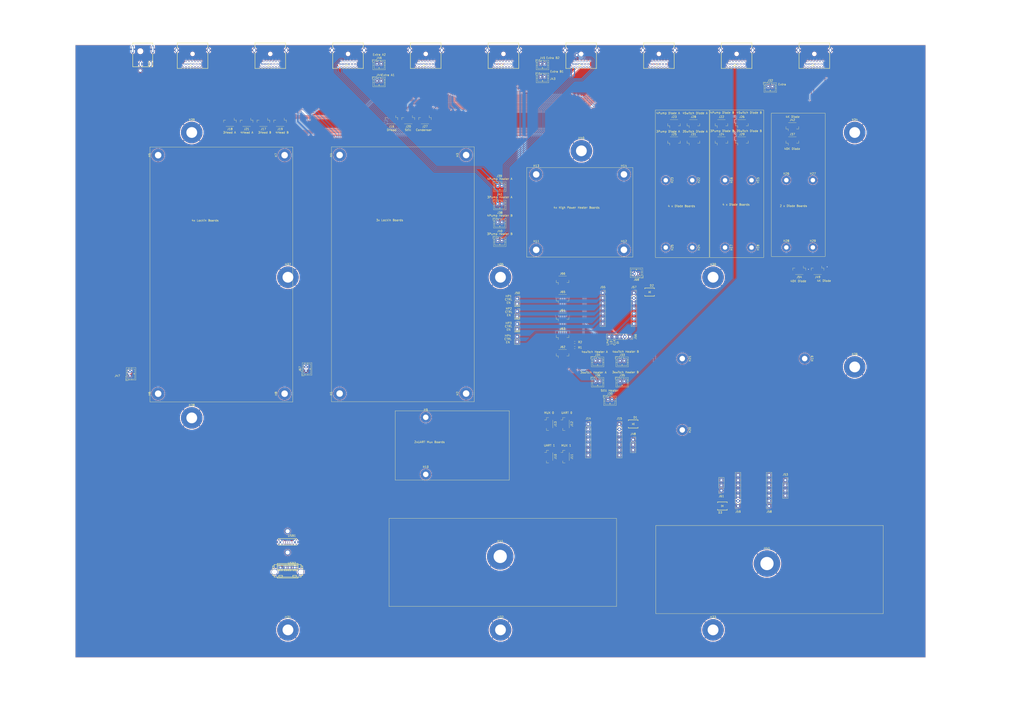
<source format=kicad_pcb>
(kicad_pcb (version 20240108) (generator "pcbnew") (generator_version "8.0")
  (layers (0 "F.Cu" signal) (31 "B.Cu" signal) (34 "B.Paste" user) (35 "F.Paste" user) (36 "B.SilkS" user "B.Silkscreen") (37 "F.SilkS" user "F.Silkscreen") (38 "B.Mask" user) (39 "F.Mask" user) (44 "Edge.Cuts" user))
  (net 0 "")
  (net 1 "+5V")
  (net 2 "Net-(D1-Pad2)")
  (net 3 "Net-(D2-Pad2)")
  (net 4 "Net-(D3-Pad2)")
  (net 5 "Net-(J1-Pad1)")
  (net 6 "GND")
  (net 7 "Net-(J1-Pad3)")
  (net 8 "Net-(J1-Pad4)")
  (net 9 "Net-(J1-Pad6)")
  (net 10 "Net-(J1-Pad7)")
  (net 11 "Net-(J1-Pad9)")
  (net 12 "Net-(J1-Pad10)")
  (net 13 "Net-(J1-Pad12)")
  (net 20 "Net-(J2-Pad1)")
  (net 21 "Net-(J2-Pad3)")
  (net 22 "Net-(J2-Pad4)")
  (net 23 "Net-(J2-Pad6)")
  (net 24 "Net-(J2-Pad7)")
  (net 25 "Net-(J2-Pad9)")
  (net 26 "Net-(J2-Pad10)")
  (net 27 "Net-(J2-Pad12)")
  (net 34 "Net-(J3-Pad1)")
  (net 35 "Net-(J3-Pad3)")
  (net 36 "Net-(J3-Pad4)")
  (net 37 "Net-(J3-Pad6)")
  (net 38 "Net-(J3-Pad7)")
  (net 39 "Net-(J3-Pad9)")
  (net 40 "Net-(J3-Pad10)")
  (net 41 "Net-(J3-Pad12)")
  (net 48 "Net-(J17-Pad2)")
  (net 49 "Net-(J17-Pad3)")
  (net 50 "Net-(J19-Pad2)")
  (net 51 "Net-(J19-Pad3)")
  (net 52 "Net-(J22-Pad2)")
  (net 53 "Net-(J22-Pad3)")
  (net 54 "Net-(J24-Pad2)")
  (net 55 "Net-(J24-Pad3)")
  (net 62 "Net-(J26-Pad2)")
  (net 63 "Net-(J26-Pad3)")
  (net 64 "Net-(J29-Pad2)")
  (net 65 "Net-(J29-Pad3)")
  (net 66 "Net-(J33-Pad1)")
  (net 67 "Net-(J33-Pad2)")
  (net 68 "Net-(J35-Pad1)")
  (net 69 "Net-(J35-Pad2)")
  (net 76 "Net-(J38-Pad1)")
  (net 77 "Net-(J38-Pad2)")
  (net 78 "Net-(J40-Pad1)")
  (net 79 "Net-(J40-Pad2)")
  (net 80 "Net-(J43-Pad1)")
  (net 81 "Net-(J43-Pad2)")
  (net 82 "Net-(J45-Pad1)")
  (net 83 "Net-(J45-Pad2)")
  (net 90 "Net-(J16-Pad2)")
  (net 91 "Net-(J16-Pad3)")
  (net 92 "Net-(J16-Pad1)")
  (net 93 "Net-(J16-Pad4)")
  (net 94 "Net-(J20-Pad2)")
  (net 95 "Net-(J20-Pad3)")
  (net 96 "Net-(J20-Pad1)")
  (net 97 "Net-(J20-Pad4)")
  (net 104 "Net-(J27-Pad2)")
  (net 105 "Net-(J27-Pad3)")
  (net 106 "Net-(J27-Pad1)")
  (net 107 "Net-(J27-Pad4)")
  (net 108 "Net-(J30-Pad1)")
  (net 109 "Net-(J30-Pad2)")
  (net 110 "Net-(J32-Pad1)")
  (net 111 "Net-(J32-Pad2)")
  (net 118 "Net-(J37-Pad2)")
  (net 119 "Net-(J37-Pad3)")
  (net 120 "Net-(J37-Pad1)")
  (net 121 "Net-(J37-Pad4)")
  (net 122 "Net-(J42-Pad2)")
  (net 123 "Net-(J42-Pad3)")
  (net 124 "Net-(J42-Pad1)")
  (net 125 "Net-(J42-Pad4)")
  (net 132 "/3.3V_Lockin")
  (net 133 "/L_RX 1")
  (net 134 "/L_TX 1")
  (net 135 "/Mux 1 B")
  (net 136 "/Mux 1 A")
  (net 137 "/L_RX 0")
  (net 138 "/L_TX 0")
  (net 139 "/Mux 0 B")
  (net 140 "/Mux 0 A")
  (net 141 "/L_GPIO3")
  (net 142 "/L_GPO4")
  (net 143 "/L_GPIO6")
  (net 168 "/D_3.3V")
  (net 169 "/D_RX 1")
  (net 170 "/D_TX 1")
  (net 171 "/GPIO29")
  (net 172 "/GPIO28")
  (net 173 "/GPIO27")
  (net 174 "/GPIO26")
  (net 175 "/GPIO24")
  (net 176 "/GPIO25")
  (net 177 "Net-(J53-Pad1)")
  (net 178 "Net-(J53-Pad2)")
  (net 179 "Net-(J53-Pad3)")
  (net 180 "Net-(J53-Pad4)")
  (net 181 "/D_RX 0")
  (net 182 "/D_TX 0")
  (net 183 "/TX (GPIO20)")
  (net 184 "/LPH 3.3V")
  (net 185 "/RX (GPIO 5)")
  (net 186 "/SCK (GPIO6)")
  (net 187 "/GPIO3")
  (net 188 "/GPIO4")
  (net 189 "Net-(J59-Pad4)")
  (net 190 "Net-(J59-Pad5)")
  (net 191 "Net-(J59-Pad6)")
  (net 192 "Net-(J62-Pad1)")
  (net 193 "Net-(J62-Pad2)")
  (net 194 "Net-(J62-Pad3)")
  (net 195 "Net-(J62-Pad4)")
  (footprint "Connector_JST:JST_SH_BM04B-SRSS-TB_1x04-1MP_P1.00mm_Vertical" (layer "F.Cu") (at 131.13 28.75 180)
    (property "Reference" "J20")
    (property "Value" "JST_SH_Conn_01x04_Still")
  )
  (footprint "0Library:HDMI-TH_HYC12-HDMIA19-61" (layer "F.Cu") (at 101.6 -1.2 180)
    (property "Reference" "J3")
    (property "Value" "HDMI_A_1.4")
  )
  (footprint "Connector_PinSocket_2.54mm:PinSocket_1x02_P2.54mm_Vertical" (layer "F.Cu") (at 184.55 116.5)
    (property "Reference" "J50")
    (property "Value" "Conn_01x02_Female_HP1")
  )
  (footprint "0Library:HDMI-TH_HYC12-HDMIA19-61" (layer "F.Cu") (at 254 -1.2 180)
    (property "Reference" "J7")
    (property "Value" "HDMI_A_1.4")
  )
  (footprint "MountingHole:MountingHole_5.3mm_M5_Pad" (layer "F.Cu") (at 25 35)
    (property "Reference" "H39")
    (property "Value" "MountingHole_Pad")
  )
  (footprint "MountingHole:MountingHole_5.3mm_M5_Pad" (layer "F.Cu") (at 25 175)
    (property "Reference" "H38")
    (property "Value" "MountingHole_Pad")
  )
  (footprint "MountingHole:MountingHole_3.2mm_M3_Pad" (layer "F.Cu") (at 70.525 163.125 90)
    (property "Reference" "H8")
    (property "Value" "MountingHole")
  )
  (footprint "Connector_JST:JST_PH_B2B-PH-K_1x02_P2.00mm_Vertical" (layer "F.Cu") (at 175 79)
    (property "Reference" "J38")
    (property "Value" "Conn_01x02_4PumpHeater B")
  )
  (footprint "Connector_JST:JST_SH_BM04B-SRSS-TB_1x04-1MP_P1.00mm_Vertical" (layer "F.Cu") (at 206.8 143.5)
    (property "Reference" "J62")
    (property "Value" "JST_SH_Conn_01x04")
  )
  (footprint "MountingHole:MountingHole_3.2mm_M3_Pad" (layer "F.Cu") (at 70.525 46.125 90)
    (property "Reference" "H7")
    (property "Value" "MountingHole")
  )
  (footprint "MountingHole:MountingHole_3.2mm_M3_Pad" (layer "F.Cu") (at 193.855 55.555)
    (property "Reference" "H13")
    (property "Value" "MountingHole")
  )
  (footprint "MountingHole:MountingHole_2.2mm_M2_Pad" (layer "F.Cu") (at 257.354 91.416 -90)
    (property "Reference" "H25")
    (property "Value" "MountingHole")
  )
  (footprint "MountingHole:MountingHole_3.2mm_M3_Pad" (layer "F.Cu") (at 8.525 46.125 90)
    (property "Reference" "H5")
    (property "Value" "MountingHole")
  )
  (footprint "0Library:HDMI-TH_HYC12-HDMIA19-61" (layer "F.Cu") (at 63.5 -1.2 180)
    (property "Reference" "J2")
    (property "Value" "HDMI_A_1.4")
  )
  (footprint "Connector_JST:JST_SH_BM04B-SRSS-TB_1x04-1MP_P1.00mm_Vertical" (layer "F.Cu") (at 206.8 107.5)
    (property "Reference" "J66")
    (property "Value" "JST_SH_Conn_01x04")
  )
  (footprint "Connector_JST:JST_PH_B2B-PH-K_1x02_P2.00mm_Vertical" (layer "F.Cu") (at 195.96 7.663)
    (property "Reference" "J43")
    (property "Value" "Conn_01x02_Extra B")
  )
  (footprint "0Library:HDMI-TH_HYC12-HDMIA19-61" (layer "F.Cu") (at 292.1 -1.2 180)
    (property "Reference" "J8")
    (property "Value" "HDMI_A_1.4")
  )
  (footprint "MountingHole:MountingHole_3.2mm_M3_Pad" (layer "F.Cu") (at 236.855 55.555)
    (property "Reference" "H14")
    (property "Value" "MountingHole")
  )
  (footprint "Connector_PinSocket_2.54mm:PinSocket_1x04_P2.54mm_Vertical" (layer "F.Cu") (at 315.975 205.544)
    (property "Reference" "J53")
    (property "Value" "Conn_01x04")
  )
  (footprint "Connector_JST:JST_SH_BM04B-SRSS-TB_1x04-1MP_P1.00mm_Vertical" (layer "F.Cu") (at 206.8 134.5)
    (property "Reference" "J63")
    (property "Value" "JST_SH_Conn_01x04")
  )
  (footprint "Connector_PinSocket_2.54mm:PinSocket_1x07_P2.54mm_Vertical" (layer "F.Cu") (at 241.71 113.66)
    (property "Reference" "J57")
    (property "Value" "Conn_01x07_Female")
  )
  (footprint "Connector_JST:JST_SH_BM04B-SRSS-TB_1x04-1MP_P1.00mm_Vertical" (layer "F.Cu") (at 206.8 116.5)
    (property "Reference" "J65")
    (property "Value" "JST_SH_Conn_01x04")
  )
  (footprint "MountingHole:MountingHole_3.2mm_M3_Pad" (layer "F.Cu") (at 8.525 163.125 90)
    (property "Reference" "H6")
    (property "Value" "MountingHole")
  )
  (footprint "MountingHole:MountingHole_3.2mm_M3_Pad" (layer "F.Cu") (at 159.497 46.055 90)
    (property "Reference" "H3")
    (property "Value" "MountingHole")
  )
  (footprint "MountingHole:MountingHole_5.3mm_M5_Pad" (layer "F.Cu") (at 72.15 106)
    (property "Reference" "H37")
    (property "Value" "MountingHole_Pad")
  )
  (footprint "Connector_JST:JST_SH_BM04B-SRSS-TB_1x04-1MP_P1.00mm_Vertical" (layer "F.Cu") (at 206.8 125.5)
    (property "Reference" "J64")
    (property "Value" "JST_SH_Conn_01x04")
  )
  (footprint "MountingHole:MountingHole_2.2mm_M2_Pad" (layer "F.Cu") (at 286.424 91.416 -90)
    (property "Reference" "H17")
    (property "Value" "MountingHole")
  )
  (footprint "Connector_JST:JST_PH_B2B-PH-K_1x02_P2.00mm_Vertical" (layer "F.Cu") (at 223 157)
    (property "Reference" "J36")
    (property "Value" "Conn_01x02_3SwitchHeater A")
  )
  (footprint "0Library:HDMI-TH_HYC12-HDMIA19-61" (layer "F.Cu") (at 177.8 -1.2 180)
    (property "Reference" "J5")
    (property "Value" "HDMI_A_1.4")
  )
  (footprint "0Library:SMB_L4.6-W3.6-LS5.3-R-RD" (layer "F.Cu") (at 285.125 218.225 180)
    (property "Reference" "D3")
    (property "Value" "SS3150_SMB")
  )
  (footprint "MountingHole:MountingHole_5.3mm_M5_Pad" (layer "F.Cu") (at 216 44)
    (property "Reference" "H40")
    (property "Value" "MountingHole_Pad")
  )
  (footprint "MountingHole:MountingHole_2.2mm_M2_Pad" (layer "F.Cu") (at 316.474 91.365999)
    (property "Reference" "H28")
    (property "Value" "MountingHole")
  )
  (footprint "Connector_JST:JST_SH_BM04B-SRSS-TB_1x04-1MP_P1.00mm_Vertical" (layer "F.Cu") (at 200 194 -90)
    (property "Reference" "J10")
    (property "Value" "JST_SH_Conn_01x04_UART 1")
  )
  (footprint "MountingHole:MountingHole_2.7mm_Pad" (layer "F.Cu") (at 139.706 174.715)
    (property "Reference" "H9")
    (property "Value" "MountingHole")
  )
  (footprint "MountingHole:MountingHole_3.2mm_M3_Pad" (layer "F.Cu") (at 97.497 163.055 90)
    (property "Reference" "H1")
    (property "Value" "MountingHole")
  )
  (footprint "Connector_JST:JST_SH_BM04B-SRSS-TB_1x04-1MP_P1.00mm_Vertical" (layer "F.Cu") (at 208 194 -90)
    (property "Reference" "J11")
    (property "Value" "JST_SH_Conn_01x04_MUX 1")
  )
  (footprint "MountingHole:MountingHole_3.2mm_M3_Pad" (layer "F.Cu") (at 159.497 163.055 90)
    (property "Reference" "H2")
    (property "Value" "MountingHole")
  )
  (footprint "Connector_PinSocket_2.54mm:PinSocket_1x02_P2.54mm_Vertical" (layer "F.Cu") (at 184.55 128.95)
    (property "Reference" "J52")
    (property "Value" "Conn_01x02_Female_HP3")
  )
  (footprint "Connector_JST:JST_PH_B2B-PH-K_1x02_P2.00mm_Vertical" (layer "F.Cu") (at 175 61)
    (property "Reference" "J39")
    (property "Value" "Conn_01x02_4PumpHeater A")
  )
  (footprint "Connector_JST:JST_SH_BM04B-SRSS-TB_1x04-1MP_P1.00mm_Vertical" (layer "F.Cu") (at 200 178 -90)
    (property "Reference" "J13")
    (property "Value" "JST_SH_Conn_01x04_MUX 0")
  )
  (footprint "Connector_PinSocket_2.54mm:PinSocket_1x03_P2.54mm_Vertical" (layer "F.Cu") (at 241.375 185.648)
    (property "Reference" "J48")
    (property "Value" "Conn_01x03")
  )
  (footprint "Connector_JST:JST_PH_B2B-PH-K_1x02_P2.00mm_Vertical" (layer "F.Cu") (at 243.95 104.3 180)
    (property "Reference" "J68")
    (property "Value" "Conn_01x02_HP_5V")
  )
  (footprint "Connector_JST:JST_PH_B2B-PH-K_1x02_P2.00mm_Vertical" (layer "F.Cu") (at 235 147)
    (property "Reference" "J33")
    (property "Value" "Conn_01x02_4SwitchHeater B")
  )
  (footprint "MountingHole:MountingHole_2.7mm_M2.5_Pad" (layer "F.Cu") (at 265.463 145.91 -90)
    (property "Reference" "H21")
    (property "Value" "MountingHole")
  )
  (footprint "Connector_JST:JST_PH_B2B-PH-K_1x02_P2.00mm_Vertical" (layer "F.Cu") (at 223 147)
    (property "Reference" "J34")
    (property "Value" "Conn_01x02_4SwitchHeater A")
  )
  (footprint "Connector_JST:JST_PH_B2B-PH-K_1x02_P2.00mm_Vertical" (layer "F.Cu") (at 235 157)
    (property "Reference" "J35")
    (property "Value" "Conn_01x02_3SwitchHeater B")
  )
  (footprint "0Library:USB-C-TH_TYPE-604-T3" (layer "F.Cu") (at 72 236)
    (property "Reference" "USB1")
    (property "Value" "TYPE-604-T3")
  )
  (footprint "MountingHole:MountingHole_3.2mm_M3_Pad" (layer "F.Cu") (at 97.497 46.055 90)
    (property "Reference" "H4")
    (property "Value" "MountingHole")
  )
  (footprint "Connector_PinSocket_2.54mm:PinSocket_1x02_P2.54mm_Vertical" (layer "F.Cu") (at 184.55 135.175)
    (property "Reference" "J60")
    (property "Value" "Conn_01x02_Female_HP4")
  )
  (footprint "MountingHole:MountingHole_2.2mm_M2_Pad" (layer "F.Cu") (at 270.354 91.416 -90)
    (property "Reference" "H24")
    (property "Value" "MountingHole")
  )
  (footprint "MountingHole:MountingHole_5.3mm_M5_Pad" (layer "F.Cu") (at 72.15 279)
    (property "Reference" "H31")
    (property "Value" "MountingHole_Pad")
  )
  (footprint "MountingHole:MountingHole_2.2mm_M2_Pad" (layer "F.Cu") (at 299.424 91.416 -90)
    (property "Reference" "H18")
    (property "Value" "MountingHole")
  )
  (footprint "Connector_PinSocket_2.54mm:PinSocket_1x07_P2.54mm_Vertical" (layer "F.Cu") (at 308.04 218.25 180)
    (property "Reference" "J58")
    (property "Value" "Conn_01x07_Female")
  )
  (footprint "Connector_JST:JST_SH_BM04B-SRSS-TB_1x04-1MP_P1.00mm_Vertical" (layer "F.Cu") (at 68.315 30 180)
    (property "Reference" "J19")
    (property "Value" "JST_SH_Conn_01x04_4Head B")
  )
  (footprint "MountingHole:MountingHole_2.7mm_M2.5_Pad" (layer "F.Cu") (at 325.463 145.91 -90)
    (property "Reference" "H19")
    (property "Value" "MountingHole")
  )
  (footprint "Connector_PinSocket_2.54mm:PinSocket_1x03_P2.54mm_Vertical" (layer "F.Cu") (at 284.625 210.652 180)
    (property "Reference" "J61")
    (property "Value" "Conn_01x03")
  )
  (footprint "Connector_JST:JST_SH_BM04B-SRSS-TB_1x04-1MP_P1.00mm_Vertical" (layer "F.Cu") (at 294.66 39.143)
    (property "Reference" "J29")
    (property "Value" "JST_SH_Conn_01x04_3Switch Diode B")
  )
  (footprint "Connector_JST:JST_SH_BM04B-SRSS-TB_1x04-1MP_P1.00mm_Vertical" (layer "F.Cu") (at 208 178 -90)
    (property "Reference" "J12")
    (property "Value" "JST_SH_Conn_01x04_UART 0")
  )
  (footprint "Connector_JST:JST_SH_BM04B-SRSS-TB_1x04-1MP_P1.00mm_Vertical" (layer "F.Cu") (at 43.7 30 180)
    (property "Reference" "J18")
    (property "Value" "JST_SH_Conn_01x04_3Head A")
  )
  (footprint "0Library:HDMI-TH_HYC12-HDMIA19-61" (layer "F.Cu") (at 139.7 -1.2 180)
    (property "Reference" "J4")
    (property "Value" "HDMI_A_1.4")
  )
  (footprint "Connector_JST:JST_PH_B2B-PH-K_1x02_P2.00mm_Vertical" (layer "F.Cu") (at 115.86 9.688)
    (property "Reference" "J44")
    (property "Value" "Conn_01x02_Extra A")
  )
  (footprint "Connector_JST:JST_PH_B2B-PH-K_1x02_P2.00mm_Vertical" (layer "F.Cu") (at 115.86 1.288)
    (property "Reference" "J46")
    (property "Value" "Conn_01x02_Extra A")
  )
  (footprint "MountingHole:MountingHole_5.3mm_M5_Pad" (layer "F.Cu") (at 176.35 279)
    (property "Reference" "H32")
    (property "Value" "MountingHole_Pad")
  )
  (footprint "MountingHole:MountingHole_2.2mm_M2_Pad" (layer "F.Cu") (at 257.354 58.416 90)
    (property "Reference" "H23")
    (property "Value" "MountingHole")
  )
  (footprint "0Library:HDMI-TH_HYC12-HDMIA19-61" (layer "F.Cu") (at 215.9 -1.2 180)
    (property "Reference" "J6")
    (property "Value" "HDMI_A_1.4")
  )
  (footprint "Connector_JST:JST_SH_BM04B-SRSS-TB_1x04-1MP_P1.00mm_Vertical" (layer "F.Cu") (at 51.9 30 180)
    (property "Reference" "J21")
    (property "Value" "JST_SH_Conn_01x04_4Head A")
  )
  (footprint "Connector_JST:JST_PH_B2B-PH-K_1x02_P2.00mm_Vertical" (layer "F.Cu") (at 175 88)
    (property "Reference" "J40")
    (property "Value" "Conn_01x02_3PumpHeater B")
  )
  (footprint "Resistor_SMD:R_0603_1608Metric_Pad0.98x0.95mm_HandSolder" (layer "F.Cu") (at 212.72 137.953)
    (property "Reference" "R2")
    (property "Value" "4.7K")
  )
  (footprint "0Library:SMB_L4.6-W3.6-LS5.3-R-RD" (layer "F.Cu") (at 249.445 113.27)
    (property "Reference" "D2")
    (property "Value" "SS3150_SMB")
  )
  (footprint "Connector_PinSocket_2.54mm:PinSocket_1x02_P2.54mm_Vertical" (layer "F.Cu") (at 184.55 122.725)
    (property "Reference" "J51")
    (property "Value" "Conn_01x02_Female_HP2")
  )
  (footprint "Resistor_SMD:R_0603_1608Metric_Pad0.98x0.95mm_HandSolder" (layer "F.Cu") (at 212.73 140.527)
    (property "Reference" "R1")
    (property "Value" "4.7K")
  )
  (footprint "Connector_JST:JST_SH_BM04B-SRSS-TB_1x04-1MP_P1.00mm_Vertical" (layer "F.Cu") (at 261.41 30.643)
    (property "Reference" "J23")
    (property "Value" "JST_SH_Conn_01x04_4Pump Diode A")
  )
  (footprint "Connector_JST:JST_SH_BM04B-SRSS-TB_1x04-1MP_P1.00mm_Vertical" (layer "F.Cu") (at 284.66 30.643)
    (property "Reference" "J22")
    (property "Value" "JST_SH_Conn_01x04_4Pump Diode B")
  )
  (footprint "Connector_JST:JST_SH_BM04B-SRSS-TB_1x04-1MP_P1.00mm_Vertical" (layer "F.Cu") (at 261.41 39.143)
    (property "Reference" "J25")
    (property "Value" "JST_SH_Conn_01x04_3Pump Diode A")
  )
  (footprint "MountingHole:MountingHole_2.2mm_M2_Pad" (layer "F.Cu") (at 329.474 91.365999)
    (property "Reference" "H29")
    (property "Value" "MountingHole")
  )
  (footprint "MountingHole:MountingHole_3.2mm_M3_Pad" (layer "F.Cu") (at 236.855 92.555)
    (property "Reference" "H12")
    (property "Value" "MountingHole")
  )
  (footprint "0Library:DC-IN-TH_DC-044K-D025" (layer "F.Cu") (at 1 -0.6 -90)
    (property "Reference" "DC1")
    (property "Value" "DC-044K-D025")
  )
  (footprint "MountingHole:MountingHole_2.2mm_M2_Pad" (layer "F.Cu") (at 329.474 58.365999)
    (property "Reference" "H27")
    (property "Value" "MountingHole")
  )
  (footprint "0Library:HDMI-TH_HYC12-HDMIA19-61" (layer "F.Cu") (at 25.4 -1.2 180)
    (property "Reference" "J1")
    (property "Value" "HDMI_A_1.4")
  )
  (footprint "Connector_JST:JST_SH_BM04B-SRSS-TB_1x04-1MP_P1.00mm_Vertical" (layer "F.Cu") (at 319.41 32.143)
    (property "Reference" "J42")
    (property "Value" "JST_SH_Conn_01x04_4K Diode")
  )
  (footprint "Connector_JST:JST_SH_BM04B-SRSS-TB_1x04-1MP_P1.00mm_Vertical" (layer "F.Cu") (at 319.41 39.143)
    (property "Reference" "J37")
    (property "Value" "JST_SH_Conn_01x04_40K Diode")
  )
  (footprint "Connector_JST:JST_SH_BM04B-SRSS-TB_1x04-1MP_P1.00mm_Vertical" (layer "F.Cu") (at 60.1 30 180)
    (property "Reference" "J17")
    (property "Value" "JST_SH_Conn_01x04_3Head B")
  )
  (footprint "MountingHole:MountingHole_6.5mm_Pad" (layer "F.Cu") (at 306.985 246.455)
    (property "Reference" "H41")
    (property "Value" "MountingHole_Pad")
  )
  (footprint "Connector_JST:JST_PH_B2B-PH-K_1x02_P2.00mm_Vertical" (layer "F.Cu") (at 229 166)
    (property "Reference" "J30")
    (property "Value" "Conn_01x02_Still Heater")
  )
  (footprint "Connector_JST:JST_PH_B2B-PH-K_1x02_P2.00mm_Vertical" (layer "F.Cu") (at 307.585 12.413)
    (property "Reference" "J32")
    (property "Value" "Conn_01x02_15 pin Extra")
  )
  (footprint "Connector_PinSocket_2.54mm:PinSocket_1x07_P2.54mm_Vertical" (layer "F.Cu") (at 219.36 178.05)
    (property "Reference" "J14")
    (property "Value" "Conn_01x07_Female")
  )
  (footprint "Connector_JST:JST_PH_B2B-PH-K_1x02_P2.00mm_Vertical" (layer "F.Cu") (at 195.94 1.293)
    (property "Reference" "J45")
    (property "Value" "Conn_01x02_Extra B")
  )
  (footprint "MountingHole:MountingHole_5.3mm_M5_Pad" (layer "F.Cu") (at 280.55 106)
    (property "Reference" "H30")
    (property "Value" "MountingHole_Pad")
  )
  (footprint "MountingHole:MountingHole_5.3mm_M5_Pad" (layer "F.Cu") (at 280.55 279)
    (property "Reference" "H33")
    (property "Value" "MountingHole_Pad")
  )
  (footprint "Connector_JST:JST_SH_BM04B-SRSS-TB_1x04-1MP_P1.00mm_Vertical" (layer "F.Cu") (at 284.66 39.143)
    (property "Reference" "J24")
    (property "Value" "JST_SH_Conn_01x04_3Pump Diode B")
  )
  (footprint "Connector_JST:JST_SH_BM04B-SRSS-TB_1x04-1MP_P1.00mm_Vertical" (layer "F.Cu") (at 331.8 102.598 180)
    (property "Reference" "J49")
    (property "Value" "JST_SH_Conn_01x04_4K Diode")
  )
  (footprint "Connector_PinSocket_2.54mm:PinSocket_1x05_P2.54mm_Vertical" (layer "F.Cu") (at 239.802 135.175 -90)
    (property "Reference" "J56")
    (property "Value" "Conn_01x05_Female_LPH")
  )
  (footprint "MountingHole:MountingHole_5.3mm_M5_Pad" (layer "F.Cu") (at 176.35 106)
    (property "Reference" "H35")
    (property "Value" "MountingHole_Pad")
  )
  (footprint "Connector_PinSocket_2.54mm:PinSocket_1x07_P2.54mm_Vertical" (layer "F.Cu") (at 234.6 178.05)
    (property "Reference" "J15")
    (property "Value" "Conn_01x07_Female")
  )
  (footprint "0Library:SMB_L4.6-W3.6-LS5.3-R-RD" (layer "F.Cu") (at 241.4 177.975)
    (property "Reference" "D1")
    (property "Value" "SS3150_SMB")
  )
  (footprint "Connector_JST:JST_SH_BM04B-SRSS-TB_1x04-1MP_P1.00mm_Vertical" (layer "F.Cu") (at 270.91 30.643)
    (property "Reference" "J28")
    (property "Value" "JST_SH_Conn_01x04_4Switch Diode A")
  )
  (footprint "MountingHole:MountingHole_5.3mm_M5_Pad" (layer "F.Cu") (at 350 35)
    (property "Reference" "H34")
    (property "Value" "MountingHole_Pad")
  )
  (footprint "MountingHole:MountingHole_6.5mm_Pad" (layer "F.Cu") (at 176.215 242.965)
    (property "Reference" "H41")
    (property "Value" "MountingHole_Pad")
  )
  (footprint "MountingHole:MountingHole_2.2mm_M2_Pad" (layer "F.Cu") (at 270.354 58.416 -90)
    (property "Reference" "H22")
    (property "Value" "MountingHole")
  )
  (footprint "MountingHole:MountingHole_2.7mm_M2.5_Pad" (layer "F.Cu") (at 265.463 180.91 -90)
    (property "Reference" "H20")
    (property "Value" "MountingHole")
  )
  (footprint "Connector_PinSocket_2.54mm:PinSocket_1x07_P2.54mm_Vertical" (layer "F.Cu") (at 292.8 218.25 180)
    (property "Reference" "J59")
    (property "Value" "Conn_01x07_Female")
  )
  (footprint "Connector_PinSocket_2.54mm:PinSocket_1x07_P2.54mm_Vertical" (layer "F.Cu") (at 226.47 113.66)
    (property "Reference" "J55")
    (property "Value" "Conn_01x07_Female")
  )
  (footprint "Connector_JST:JST_SH_BM04B-SRSS-TB_1x04-1MP_P1.00mm_Vertical" (layer "F.Cu") (at 139.33 28.75 180)
    (property "Reference" "J27")
    (property "Value" "JST_SH_Conn_01x04_Condenser")
  )
  (footprint "Connector_JST:JST_SH_BM04B-SRSS-TB_1x04-1MP_P1.00mm_Vertical" (layer "F.Cu") (at 122.925 28.75 180)
    (property "Reference" "J16")
    (property "Value" "JST_SH_Conn_01x04_D HEad")
  )
  (footprint "Connector_JST:JST_PH_B2B-PH-K_1x02_P2.00mm_Vertical" (layer "F.Cu") (at 175 70)
    (property "Reference" "J41")
    (property "Value" "Conn_01x02_3PumpHeater A")
  )
  (footprint "MountingHole:MountingHole_2.7mm_Pad" (layer "F.Cu") (at 139.706 202.715)
    (property "Reference" "H10")
    (property "Value" "MountingHole")
  )
  (footprint "Connector_JST:JST_SH_BM04B-SRSS-TB_1x04-1MP_P1.00mm_Vertical" (layer "F.Cu") (at 322.8 102.598 180)
    (property "Reference" "J54")
    (property "Value" "JST_SH_Conn_01x04_40K Diode")
  )
  (footprint "MountingHole:MountingHole_2.2mm_M2_Pad" (layer "F.Cu") (at 299.424 58.416 -90)
    (property "Reference" "H15")
    (property "Value" "MountingHole")
  )
  (footprint "MountingHole:MountingHole_3.2mm_M3_Pad" (layer "F.Cu") (at 193.855 92.555)
    (property "Reference" "H11")
    (property "Value" "MountingHole")
  )
  (footprint "MountingHole:MountingHole_2.2mm_M2_Pad" (layer "F.Cu") (at 286.424 58.416 -90)
    (property "Reference" "H16")
    (property "Value" "MountingHole")
  )
  (footprint "Connector_JST:JST_SH_BM04B-SRSS-TB_1x04-1MP_P1.00mm_Vertical" (layer "F.Cu") (at 294.66 30.643)
    (property "Reference" "J26")
    (property "Value" "JST_SH_Conn_01x04_4Switch Diode B")
  )
  (footprint "MountingHole:MountingHole_5.3mm_M5_Pad" (layer "F.Cu") (at 350 150)
    (property "Reference" "H36")
    (property "Value" "MountingHole_Pad")
  )
  (footprint "0Library:USB-A-TH_U-A-24DD-Y-2" (layer "F.Cu") (at 72 249.5)
    (property "Reference" "USB2")
    (property "Value" "U-USBAS04P-F000")
  )
  (footprint "Connector_JST:JST_SH_BM04B-SRSS-TB_1x04-1MP_P1.00mm_Vertical" (layer "F.Cu") (at 270.91 39.143)
    (property "Reference" "J31")
    (property "Value" "JST_SH_Conn_01x04_3Switch Diode A")
  )
  (footprint "Connector_JST:JST_PH_B2B-PH-K_1x02_P2.00mm_Vertical" (layer "F.Cu") (at 81 152 90)
    (property "Reference" "J67")
    (property "Value" "Conn_01x02_Lockin 5V")
  )
  (footprint "MountingHole:MountingHole_2.2mm_M2_Pad" (layer "F.Cu") (at 316.474 58.365999)
    (property "Reference" "H26")
    (property "Value" "MountingHole")
  )
  (footprint "Connector_JST:JST_PH_B2B-PH-K_1x02_P2.00mm_Vertical" (layer "F.Cu") (at -5.277 154.4 90)
    (property "Reference" "J47")
    (property "Value" "Conn_01x02_Lockin 5V")
  )
  (footprint "0Library:HDMI-TH_HYC12-HDMIA19-61" (layer "F.Cu") (at 330.2 -1.2 180)
    (property "Reference" "J9")
    (property "Value" "HDMI_A_1.4")
  )
  (gr_line (start 180.706 171.521) (end 180.706 205.521) (stroke (width 0.15)) (layer "F.SilkS"))
  (gr_line (start 121.72 224.33) (end 233.226 224.33) (stroke (width 0.15)) (layer "F.SilkS"))
  (gr_line (start 124.706 171.521) (end 124.706 205.521) (stroke (width 0.15)) (layer "F.SilkS"))
  (gr_line (start 93.497 167.055) (end 163.497 167.055) (stroke (width 0.15)) (layer "F.SilkS"))
  (gr_line (start 124.706 171.521) (end 180.706 171.521) (stroke (width 0.15)) (layer "F.SilkS"))
  (gr_line (start 252.49 227.82) (end 363.996 227.82) (stroke (width 0.15)) (layer "F.SilkS"))
  (gr_rect (start 309.15 25.5) (end 335.5 95.85) (stroke (width 0.15)) (fill none) (layer "F.SilkS"))
  (gr_line (start 252.49 227.82) (end 252.49 271) (stroke (width 0.15)) (layer "F.SilkS"))
  (gr_line (start 241.2625 52.173) (end 241.2625 96.115) (stroke (width 0.15)) (layer "F.SilkS"))
  (gr_line (start 233.23 267.51) (end 121.724 267.51) (stroke (width 0.15)) (layer "F.SilkS"))
  (gr_line (start 124.706 205.521) (end 180.706 205.521) (stroke (width 0.15)) (layer "F.SilkS"))
  (gr_line (start 189.1925 52.169) (end 189.1925 96.111) (stroke (width 0.15)) (layer "F.SilkS"))
  (gr_rect (start 279 23.95) (end 305.35 96.35) (stroke (width 0.15)) (fill none) (layer "F.SilkS"))
  (gr_line (start 93.497 42.055) (end 163.497 42.055) (stroke (width 0.15)) (layer "F.SilkS"))
  (gr_line (start 233.23 267.51) (end 233.23 224.33) (stroke (width 0.15)) (layer "F.SilkS"))
  (gr_line (start 364 271) (end 252.494 271) (stroke (width 0.15)) (layer "F.SilkS"))
  (gr_line (start 364 271) (end 364 227.82) (stroke (width 0.15)) (layer "F.SilkS"))
  (gr_line (start 4.525 167.125) (end 74.525 167.125) (stroke (width 0.15)) (layer "F.SilkS"))
  (gr_line (start 121.72 224.33) (end 121.72 267.51) (stroke (width 0.15)) (layer "F.SilkS"))
  (gr_line (start 93.497 167.055) (end 93.497 42.055) (stroke (width 0.15)) (layer "F.SilkS"))
  (gr_line (start 4.525 42.125) (end 74.525 42.125) (stroke (width 0.15)) (layer "F.SilkS"))
  (gr_line (start 189.1925 52.169) (end 241.2625 52.169) (stroke (width 0.15)) (layer "F.SilkS"))
  (gr_line (start 74.525 167.125) (end 74.525 42.125) (stroke (width 0.15)) (layer "F.SilkS"))
  (gr_line (start 4.525 167.125) (end 4.525 42.125) (stroke (width 0.15)) (layer "F.SilkS"))
  (gr_line (start 189.1825 96.122) (end 241.2525 96.122) (stroke (width 0.15)) (layer "F.SilkS"))
  (gr_line (start 163.497 167.055) (end 163.497 42.055) (stroke (width 0.15)) (layer "F.SilkS"))
  (gr_rect (start 252.3 23.95) (end 278.65 96.35) (stroke (width 0.15)) (fill none) (layer "F.SilkS"))
  (gr_line (start -32.155 -8) (end 384.845 -8) (stroke (width 0.1)) (layer "Edge.Cuts"))
  (gr_line (start 384.845 -8) (end 384.845 292.6) (stroke (width 0.1)) (layer "Edge.Cuts"))
  (gr_line (start -32.155 -8) (end -32.155 292.6) (stroke (width 0.1)) (layer "Edge.Cuts"))
  (gr_line (start -32.155 292.6) (end 384.845 292.6) (stroke (width 0.1)) (layer "Edge.Cuts"))
  (gr_text "3Pump Diode A\n" (at 258.5 34.5 0) (layer "F.SilkS") (effects (font (size 1 1))))
  (gr_text "4 x Diode Boards" (at 291.8 70.35 0) (layer "F.SilkS") (effects (font (size 1 1))))
  (gr_text "4Pump Heater B" (at 176 75.75 0) (layer "F.SilkS") (effects (font (size 1 1))))
  (gr_text "Extra A1\n" (at 121.2 6.8 0) (layer "F.SilkS") (effects (font (size 1 1))))
  (gr_text "4Switch Diode A\n" (at 271.75 25.5 0) (layer "F.SilkS") (effects (font (size 1 1))))
  (gr_text "HP4\nCTRL\nEN" (at 180 136.3 0) (layer "F.SilkS") (effects (font (size 1 1))))
  (gr_text "Extra B1" (at 204 5.1 0) (layer "F.SilkS") (effects (font (size 1 1))))
  (gr_text "4x Lockin Boards" (at 31.55 78.15 0) (layer "F.SilkS") (effects (font (size 1 1))))
  (gr_text "4Pump Diode B" (at 285 25.25 0) (layer "F.SilkS") (effects (font (size 1 1))))
  (gr_text "3Pump Diode B\n" (at 285 34.25 0) (layer "F.SilkS") (effects (font (size 1 1))))
  (gr_text "MUX 1" (at 208.55 188.55 0) (layer "F.SilkS") (effects (font (size 1 1))))
  (gr_text "MUX 0" (at 200.15 172.5 0) (layer "F.SilkS") (effects (font (size 1 1))))
  (gr_text "4Head B\n" (at 69.25 35 0) (layer "F.SilkS") (effects (font (size 1 1))))
  (gr_text "40K Diode" (at 319.3 43 0) (layer "F.SilkS") (effects (font (size 1 1))))
  (gr_text "UART 1" (at 200.35 188.5 0) (layer "F.SilkS") (effects (font (size 1 1))))
  (gr_text "HP2\nCTRL\nEN" (at 180.4 123 0) (layer "F.SilkS") (effects (font (size 1 1))))
  (gr_text "3Switch Diode A" (at 271.75 34.5 0) (layer "F.SilkS") (effects (font (size 1 1))))
  (gr_text "3Switch Diode B" (at 298.25 34.25 0) (layer "F.SilkS") (effects (font (size 1 1))))
  (gr_text "4Pump Diode A\n" (at 258.5 25.5 0) (layer "F.SilkS") (effects (font (size 1 1))))
  (gr_text "2 x Diode Boards" (at 319.951046 71.010782 0) (layer "F.SilkS") (effects (font (size 1 1))))
  (gr_text "HP1\nCTRL\nEN" (at 180.3 116.9 0) (layer "F.SilkS") (effects (font (size 1 1))))
  (gr_text "DHead" (at 123 33.75 0) (layer "F.SilkS") (effects (font (size 1 1))))
  (gr_text "3Head B" (at 60.75 35 0) (layer "F.SilkS") (effects (font (size 1 1))))
  (gr_text "3Head A" (at 43.5 35 0) (layer "F.SilkS") (effects (font (size 1 1))))
  (gr_text "3switch Heater A" (at 221.9 152.7 0) (layer "F.SilkS") (effects (font (size 1 1))))
  (gr_text "Extra" (at 314.4 11.4 0) (layer "F.SilkS") (effects (font (size 1 1))))
  (gr_text "4K Diode" (at 319.55 27.3 0) (layer "F.SilkS") (effects (font (size 1 1))))
  (gr_text "4Switch Diode B\n" (at 298.25 25.25 0) (layer "F.SilkS") (effects (font (size 1 1))))
  (gr_text "HP3\nCTRL\nEN" (at 180.3 130.1 0) (layer "F.SilkS") (effects (font (size 1 1))))
  (gr_text "Condenser\n" (at 138.75 33.746682 0) (layer "F.SilkS") (effects (font (size 1 1))))
  (gr_text "Extra A2" (at 116.9 -3.2 0) (layer "F.SilkS") (effects (font (size 1 1))))
  (gr_text "3x Lockin Boards" (at 122 78 0) (layer "F.SilkS") (effects (font (size 1 1))))
  (gr_text "LPH\nLD\nCLK\nDI" (at 231.4 138 90) (layer "F.SilkS") (effects (font (size 1 1))))
  (gr_text "3Pump Heater B" (at 176 84.75 0) (layer "F.SilkS") (effects (font (size 1 1))))
  (gr_text "3Pump Heater A" (at 176 66.75 0) (layer "F.SilkS") (effects (font (size 1 1))))
  (gr_text "3switch Heater B" (at 237.6 152.6 0) (layer "F.SilkS") (effects (font (size 1 1))))
  (gr_text "UART 0" (at 208.85 172.5 0) (layer "F.SilkS") (effects (font (size 1 1))))
  (gr_text "4switch Heater B" (at 237.7 142.5 0) (layer "F.SilkS") (effects (font (size 1 1))))
  (gr_text "4Head A" (at 52 35 0) (layer "F.SilkS") (effects (font (size 1 1))))
  (gr_text "2xUART Mux Boards" (at 141.55 186.85 0) (layer "F.SilkS") (effects (font (size 1 1))))
  (gr_text "4K Diode" (at 334.9 107.75 0) (layer "F.SilkS") (effects (font (size 1 1))))
  (gr_text "Still Heater" (at 229.8 161.6 0) (layer "F.SilkS") (effects (font (size 1 1))))
  (gr_text "4 x Diode Boards" (at 265.053999 71.092596 0) (layer "F.SilkS") (effects (font (size 1 1))))
  (gr_text "Extra B2" (at 202 -1.6 0) (layer "F.SilkS") (effects (font (size 1 1))))
  (gr_text "4switch Heater A" (at 222.5 142.6 0) (layer "F.SilkS") (effects (font (size 1 1))))
  (gr_text "40K Diode" (at 322.35 107.9 0) (layer "F.SilkS") (effects (font (size 1 1))))
  (gr_text "Still\n" (at 131 33.75 0) (layer "F.SilkS") (effects (font (size 1 1))))
  (gr_text "4x High Power Heater Boards" (at 213.634037 71.82892 0) (layer "F.SilkS") (effects (font (size 1 1))))
  (gr_text "4Pump Heater A" (at 176 57.75 0) (layer "F.SilkS") (effects (font (size 1 1))))
  (segment (start 251.845 181.955) (end 247.865 177.975) (width 1) (layer "F.Cu") (net 1))
  (segment (start 73.577479 234.57748) (end 71.044564 234.57748) (width 1) (layer "F.Cu") (net 1))
  (segment (start 129 152) (end 178.4 201.4) (width 1) (layer "F.Cu") (net 1))
  (segment (start 251.15 195.85) (end 251.845 195.155) (width 1) (layer "F.Cu") (net 1))
  (segment (start 81 227.826481) (end 81 235.95) (width 1) (layer "F.Cu") (net 1))
  (segment (start 258.845 202.155) (end 274.915 218.225) (width 1) (layer "F.Cu") (net 1))
  (segment (start 2.354202 152) (end 81 152) (width 1) (layer "F.Cu") (net 1))
  (segment (start 251.845 195.155) (end 251.845 182.045) (width 1) (layer "F.Cu") (net 1))
  (segment (start 178.4 201.4) (end 245.6 201.4) (width 1) (layer "F.Cu") (net 1))
  (segment (start -0.205 4.625) (end -0.205 149.440798) (width 1) (layer "F.Cu") (net 1))
  (segment (start -0.205 149.440798) (end -5.164202 154.4) (width 1) (layer "F.Cu") (net 1))
  (segment (start 81 152) (end 129 152) (width 1) (layer "F.Cu") (net 1))
  (segment (start -5.164202 154.4) (end -5.277 154.4) (width 1) (layer "F.Cu") (net 1))
  (segment (start 251.845 104.845) (end 251.845 113.27) (width 1) (layer "F.Cu") (net 1))
  (segment (start 81 227.826481) (end 81 152) (width 1) (layer "F.Cu") (net 1))
  (segment (start 73.91324 234.913241) (end 81 227.826481) (width 1) (layer "F.Cu") (net 1))
  (segment (start 274.915 218.225) (end 282.725 218.225) (width 1) (layer "F.Cu") (net 1))
  (segment (start 247.865 177.975) (end 243.8 177.975) (width 1) (layer "F.Cu") (net 1))
  (segment (start 251.845 182.045) (end 251.845 113.27) (width 1) (layer "F.Cu") (net 1))
  (segment (start 251.3 104.3) (end 243.95 104.3) (width 1) (layer "F.Cu") (net 1))
  (segment (start 245.6 201.4) (end 251.15 195.85) (width 1) (layer "F.Cu") (net 1))
  (segment (start 258.09 201.4) (end 258.845 202.155) (width 1) (layer "F.Cu") (net 1))
  (segment (start 251.845 182.045) (end 251.845 181.955) (width 1) (layer "F.Cu") (net 1))
  (segment (start 73.52 235.306481) (end 73.91324 234.913241) (width 0.25) (layer "F.Cu") (net 1))
  (segment (start -0.205 149.440798) (end 2.354202 152) (width 1) (layer "F.Cu") (net 1))
  (segment (start 73.52 234.634959) (end 73.577479 234.57748) (width 0.25) (layer "F.Cu") (net 1))
  (segment (start 73.91324 234.913241) (end 73.577479 234.57748) (width 1) (layer "F.Cu") (net 1))
  (segment (start 71.044564 234.57748) (end 70.48 235.142044) (width 1) (layer "F.Cu") (net 1))
  (segment (start 251.845 104.845) (end 251.3 104.3) (width 1) (layer "F.Cu") (net 1))
  (segment (start 81 235.95) (end 68.5 248.45) (width 1) (layer "F.Cu") (net 1))
  (segment (start 245.6 201.4) (end 258.09 201.4) (width 1) (layer "F.Cu") (net 1))
  (segment (start 70.48 235.142044) (end 70.48 236.102) (width 0.25) (layer "F.Cu") (net 1))
  (segment (start 73.52 236.102) (end 73.52 235.306481) (width 0.25) (layer "F.Cu") (net 1))
  (segment (start 73.52 236.102) (end 73.52 234.634959) (width 0.25) (layer "F.Cu") (net 1))
  (segment (start 234.675 177.975) (end 234.6 178.05) (width 0.5) (layer "F.Cu") (net 2))
  (segment (start 239 177.975) (end 234.675 177.975) (width 0.5) (layer "F.Cu") (net 2))
  (segment (start 247.045 113.27) (end 242.1 113.27) (width 0.5) (layer "F.Cu") (net 3))
  (segment (start 242.1 113.27) (end 241.71 113.66) (width 0.5) (layer "F.Cu") (net 3))
  (segment (start 287.525 218.225) (end 292.775 218.225) (width 0.5) (layer "F.Cu") (net 4))
  (segment (start 292.775 218.225) (end 292.8 218.25) (width 0.5) (layer "F.Cu") (net 4))
  (segment (start 44.2 26.135718) (end 22.064282 4) (width 0.25) (layer "F.Cu") (net 5))
  (segment (start 21.1 4) (end 20.64 3.54) (width 0.25) (layer "F.Cu") (net 5))
  (segment (start 20.64 3.54) (end 20.64 2.95) (width 0.25) (layer "F.Cu") (net 5))
  (segment (start 22.064282 4) (end 21.1 4) (width 0.25) (layer "F.Cu") (net 5))
  (segment (start 44.2 28.675) (end 44.2 26.135718) (width 0.25) (layer "F.Cu") (net 5))
  (segment (start 173.79 1.45) (end 178.29 1.45) (width 0.25) (layer "F.Cu") (net 6))
  (segment (start 336.127 101.273) (end 336.5 100.9) (width 0.25) (layer "F.Cu") (net 6))
  (segment (start 326.473 101.273) (end 327.3 102.1) (width 0.25) (layer "F.Cu") (net 6))
  (segment (start 324.3 101.273) (end 326.473 101.273) (width 0.25) (layer "F.Cu") (net 6))
  (segment (start 219.39 1.45) (end 220.45 1.45) (width 0.25) (layer "F.Cu") (net 6))
  (segment (start 257.49 1.45) (end 259.35 1.45) (width 0.25) (layer "F.Cu") (net 6))
  (segment (start 333.3 101.273) (end 336.127 101.273) (width 0.25) (layer "F.Cu") (net 6))
  (segment (start 249.99 1.45) (end 254.49 1.45) (width 0.25) (layer "F.Cu") (net 6))
  (via (at 327.3 102.1) (size 0.8) (drill 0.4) (layers "F.Cu" "B.Cu") (net 6))
  (via (at 336.5 100.9) (size 0.8) (drill 0.4) (layers "F.Cu" "B.Cu") (net 6))
  (segment (start 59.49 1.45) (end 63.99 1.45) (width 0.25) (layer "B.Cu") (net 6))
  (segment (start 330.69 1.45) (end 329.19 1.45) (width 0.25) (layer "B.Cu") (net 6))
  (segment (start 97.59 1.45) (end 102.09 1.45) (width 0.25) (layer "B.Cu") (net 6))
  (segment (start 211.89 1.45) (end 216.39 1.45) (width 0.25) (layer "B.Cu") (net 6))
  (segment (start 21.39 1.45) (end 25.89 1.45) (width 0.25) (layer "B.Cu") (net 6))
  (segment (start 135.69 1.45) (end 140.19 1.45) (width 0.25) (layer "B.Cu") (net 6))
  (segment (start 105.09 1.45) (end 107.15 1.45) (width 0.25) (layer "B.Cu") (net 6))
  (segment (start 28.89 1.45) (end 31.95 1.45) (width 0.25) (layer "B.Cu") (net 6))
  (segment (start 329.19 1.45) (end 327.69 1.45) (width 0.25) (layer "B.Cu") (net 6))
  (segment (start 326.19 1.45) (end 327.69 1.45) (width 0.25) (layer "B.Cu") (net 6))
  (segment (start 66.99 1.45) (end 69.95 1.45) (width 0.25) (layer "B.Cu") (net 6))
  (segment (start 333.69 1.45) (end 334.65 1.45) (width 0.25) (layer "B.Cu") (net 6))
  (segment (start 143.19 1.45) (end 146.35 1.45) (width 0.25) (layer "B.Cu") (net 6))
  (segment (start 181.29 1.45) (end 184.35 1.45) (width 0.25) (layer "B.Cu") (net 6))
  (segment (start 295.59 1.45) (end 296.65 1.45) (width 0.25) (layer "B.Cu") (net 6))
  (segment (start 288.09 1.45) (end 292.59 1.45) (width 0.25) (layer "B.Cu") (net 6))
  (segment (start 45.82452 29.67548) (end 45.5 30) (width 0.25) (layer "F.Cu") (net 7))
  (segment (start 45.5 30) (end 44.078928 30) (width 0.25) (layer "F.Cu") (net 7))
  (segment (start 45.82452 27.12452) (end 22.14 3.44) (width 0.25) (layer "F.Cu") (net 7))
  (segment (start 43.2 29.121072) (end 43.2 28.675) (width 0.25) (layer "F.Cu") (net 7))
  (segment (start 45.82452 27.12452) (end 45.82452 29.67548) (width 0.25) (layer "F.Cu") (net 7))
  (segment (start 44.078928 30) (end 43.2 29.121072) (width 0.25) (layer "F.Cu") (net 7))
  (segment (start 22.14 3.44) (end 22.14 2.95) (width 0.25) (layer "F.Cu") (net 7))
  (segment (start 21.878084 4.44952) (end 20.913803 4.44952) (width 0.25) (layer "F.Cu") (net 8))
  (segment (start 52.4 28.675) (end 52.4 29.85) (width 0.25) (layer "F.Cu") (net 8))
  (segment (start 41.25 29.171072) (end 41.25 23.821436) (width 0.25) (layer "F.Cu") (net 8))
  (segment (start 19.815489 3.351206) (end 19.815489 1.858475) (width 0.25) (layer "F.Cu") (net 8))
  (segment (start 52.4 29.85) (end 49.82548 32.42452) (width 0.25) (layer "F.Cu") (net 8))
  (segment (start 44.503448 32.42452) (end 41.25 29.171072) (width 0.25) (layer "F.Cu") (net 8))
  (segment (start 21.723964 -0.05) (end 22.14 -0.05) (width 0.25) (layer "F.Cu") (net 8))
  (segment (start 20.913803 4.44952) (end 19.815489 3.351206) (width 0.25) (layer "F.Cu") (net 8))
  (segment (start 19.815489 1.858475) (end 21.723964 -0.05) (width 0.25) (layer "F.Cu") (net 8))
  (segment (start 49.82548 32.42452) (end 44.503448 32.42452) (width 0.25) (layer "F.Cu") (net 8))
  (segment (start 41.25 23.821436) (end 21.878084 4.44952) (width 0.25) (layer "F.Cu") (net 8))
  (segment (start 22.146423 5.353577) (end 21.691886 4.89904) (width 0.25) (layer "F.Cu") (net 9))
  (segment (start 23.64 -0.05) (end 22.59 -1.1) (width 0.25) (layer "F.Cu") (net 9))
  (segment (start 40.761547 32.87404) (end 39.97548 32.087973) (width 0.25) (layer "F.Cu") (net 9))
  (segment (start 53.82548 27.57548) (end 54.112027 27.862027) (width 0.25) (layer "F.Cu") (net 9))
  (segment (start 22.59 -1.1) (end 22.023964 -1.1) (width 0.25) (layer "F.Cu") (net 9))
  (segment (start 51.4 28.228928) (end 52.053448 27.57548) (width 0.25) (layer "F.Cu") (net 9))
  (segment (start 54.112027 29.637973) (end 50.87596 32.87404) (width 0.25) (layer "F.Cu") (net 9))
  (segment (start 39.97548 32.087973) (end 39.97548 23.865102) (width 0.25) (layer "F.Cu") (net 9))
  (segment (start 24.696423 7.903577) (end 22.146423 5.353577) (width 0.25) (layer "F.Cu") (net 9))
  (segment (start 19.365969 1.834031) (end 19.365969 1.672277) (width 0.25) (layer "F.Cu") (net 9))
  (segment (start 20.727606 4.89904) (end 20.727605 4.89904) (width 0.25) (layer "F.Cu") (net 9))
  (segment (start 20.727605 4.89904) (end 19.365969 3.537403) (width 0.25) (layer "F.Cu") (net 9))
  (segment (start 21.691886 4.89904) (end 20.727606 4.89904) (width 0.25) (layer "F.Cu") (net 9))
  (segment (start 51.4 28.675) (end 51.4 28.228928) (width 0.25) (layer "F.Cu") (net 9))
  (segment (start 39.97548 23.865102) (end 39.97548 23.182634) (width 0.25) (layer "F.Cu") (net 9))
  (segment (start 39.97548 23.182634) (end 30.592846 13.8) (width 0.25) (layer "F.Cu") (net 9))
  (segment (start 50.87596 32.87404) (end 40.761547 32.87404) (width 0.25) (layer "F.Cu") (net 9))
  (segment (start 52.053448 27.57548) (end 53.82548 27.57548) (width 0.25) (layer "F.Cu") (net 9))
  (segment (start 30.592846 13.8) (end 24.696423 7.903577) (width 0.25) (layer "F.Cu") (net 9))
  (segment (start 54.112027 27.862027) (end 54.112027 29.637973) (width 0.25) (layer "F.Cu") (net 9))
  (segment (start 22.023964 -1.1) (end 19.365969 1.557995) (width 0.25) (layer "F.Cu") (net 9))
  (segment (start 19.365969 3.537403) (end 19.365969 1.834031) (width 0.25) (layer "F.Cu") (net 9))
  (segment (start 19.365969 1.557995) (end 19.365969 1.834031) (width 0.25) (layer "F.Cu") (net 9))
  (segment (start 58.05048 34.44952) (end 55.62452 32.02356) (width 0.25) (layer "F.Cu") (net 10))
  (segment (start 55.62452 28.738803) (end 53.138036 26.252319) (width 0.25) (layer "F.Cu") (net 10))
  (segment (start 258.874552 34.44952) (end 58.05048 34.44952) (width 0.25) (layer "F.Cu") (net 10))
  (segment (start 260.91 32.414072) (end 258.874552 34.44952) (width 0.25) (layer "F.Cu") (net 10))
  (segment (start 45.588037 26.252319) (end 23.64 4.304282) (width 0.25) (layer "F.Cu") (net 10))
  (segment (start 53.138036 26.252319) (end 45.588037 26.252319) (width 0.25) (layer "F.Cu") (net 10))
  (segment (start 260.91 31.968) (end 260.91 32.414072) (width 0.25) (layer "F.Cu") (net 10))
  (segment (start 55.62452 32.02356) (end 55.62452 28.738803) (width 0.25) (layer "F.Cu") (net 10))
  (segment (start 23.64 4.304282) (end 23.64 2.95) (width 0.25) (layer "F.Cu") (net 10))
  (segment (start 259.563448 30.86848) (end 256.482408 33.94952) (width 0.25) (layer "F.Cu") (net 11))
  (segment (start 45.774235 25.802799) (end 25.14 5.168564) (width 0.25) (layer "F.Cu") (net 11))
  (segment (start 256.482408 33.94952) (end 58.237027 33.94952) (width 0.25) (layer "F.Cu") (net 11))
  (segment (start 261.91 31.41) (end 261.36848 30.86848) (width 0.25) (layer "F.Cu") (net 11))
  (segment (start 53.324234 25.802799) (end 45.774235 25.802799) (width 0.25) (layer "F.Cu") (net 11))
  (segment (start 261.36848 30.86848) (end 259.563448 30.86848) (width 0.25) (layer "F.Cu") (net 11))
  (segment (start 56.07404 28.552606) (end 53.324234 25.802799) (width 0.25) (layer "F.Cu") (net 11))
  (segment (start 58.237027 33.94952) (end 56.07404 31.786533) (width 0.25) (layer "F.Cu") (net 11))
  (segment (start 25.14 5.168564) (end 25.14 2.95) (width 0.25) (layer "F.Cu") (net 11))
  (segment (start 261.91 31.968) (end 261.91 31.41) (width 0.25) (layer "F.Cu") (net 11))
  (segment (start 56.07404 31.786533) (end 56.07404 28.552606) (width 0.25) (layer "F.Cu") (net 11))
  (segment (start 21.528564 5.371436) (end 20.564285 5.371436) (width 0.25) (layer "F.Cu") (net 12))
  (segment (start 18.916449 1.371798) (end 21.837767 -1.54952) (width 0.25) (layer "F.Cu") (net 12))
  (segment (start 21.837767 -1.54952) (end 23.64048 -1.54952) (width 0.25) (layer "F.Cu") (net 12))
  (segment (start 40.075894 32.824106) (end 40.751789 33.5) (width 0.25) (layer "F.Cu") (net 12))
  (segment (start 18.916449 3.7236) (end 18.916449 1.371798) (width 0.25) (layer "F.Cu") (net 12))
  (segment (start 260.91 38.430507) (end 260.91 40.468) (width 0.25) (layer "F.Cu") (net 12))
  (segment (start 23.64048 -1.54952) (end 25.14 -0.05) (width 0.25) (layer "F.Cu") (net 12))
  (segment (start 40.575349 33.32356) (end 42.150829 34.89904) (width 0.25) (layer "F.Cu") (net 12))
  (segment (start 20.564285 5.371436) (end 18.916449 3.7236) (width 0.25) (layer "F.Cu") (net 12))
  (segment (start 39.52596 23.368832) (end 21.528564 5.371436) (width 0.25) (layer "F.Cu") (net 12))
  (segment (start 257.378533 34.89904) (end 260.91 38.430507) (width 0.25) (layer "F.Cu") (net 12))
  (segment (start 40.075894 32.824106) (end 40.575349 33.32356) (width 0.25) (layer "F.Cu") (net 12))
  (segment (start 40.075894 32.824106) (end 39.52596 32.274171) (width 0.25) (layer "F.Cu") (net 12))
  (segment (start 42.150829 34.89904) (end 257.378533 34.89904) (width 0.25) (layer "F.Cu") (net 12))
  (segment (start 39.52596 32.274171) (end 39.52596 23.368832) (width 0.25) (layer "F.Cu") (net 12))
  (segment (start 253.14856 35.34856) (end 42.067512 35.34856) (width 0.25) (layer "F.Cu") (net 13))
  (segment (start 259.36752 41.56752) (end 253.14856 35.34856) (width 0.25) (layer "F.Cu") (net 13))
  (segment (start 20.378088 5.820956) (end 18.466929 3.909797) (width 0.25) (layer "F.Cu") (net 13))
  (segment (start 18.466929 1.1856) (end 21.651569 -1.99904) (width 0.25) (layer "F.Cu") (net 13))
  (segment (start 24.69096 -1.99904) (end 26.64 -0.05) (width 0.25) (layer "F.Cu") (net 13))
  (segment (start 261.91 40.468) (end 261.91 40.914072) (width 0.25) (layer "F.Cu") (net 13))
  (segment (start 18.466929 3.909797) (end 18.466929 1.1856) (width 0.25) (layer "F.Cu") (net 13))
  (segment (start 21.342366 5.820956) (end 20.378088 5.820956) (width 0.25) (layer "F.Cu") (net 13))
  (segment (start 39.07644 32.460368) (end 39.07644 23.55503) (width 0.25) (layer "F.Cu") (net 13))
  (segment (start 261.91 40.914072) (end 261.256552 41.56752) (width 0.25) (layer "F.Cu") (net 13))
  (segment (start 42.016072 35.4) (end 39.07644 32.460368) (width 0.25) (layer "F.Cu") (net 13))
  (segment (start 42.067512 35.34856) (end 42.016072 35.4) (width 0.25) (layer "F.Cu") (net 13))
  (segment (start 261.256552 41.56752) (end 259.36752 41.56752) (width 0.25) (layer "F.Cu") (net 13))
  (segment (start 39.07644 23.55503) (end 21.342366 5.820956) (width 0.25) (layer "F.Cu") (net 13))
  (segment (start 21.651569 -1.99904) (end 24.69096 -1.99904) (width 0.25) (layer "F.Cu") (net 13))
  (segment (start 70.4 24.4) (end 78.4 24.4) (width 0.25) (layer "F.Cu") (net 20))
  (segment (start 270.41 31.968) (end 270.41 29.930507) (width 0.25) (layer "F.Cu") (net 20))
  (segment (start 86.32646 33.5) (end 81.7 28.87354) (width 0.25) (layer "F.Cu") (net 20))
  (segment (start 268.697973 28.21848) (end 256.98152 28.21848) (width 0.25) (layer "F.Cu") (net 20))
  (segment (start 256.98152 28.21848) (end 251.7 33.5) (width 0.25) (layer "F.Cu") (net 20))
  (segment (start 251.7 33.5) (end 86.32646 33.5) (width 0.25) (layer "F.Cu") (net 20))
  (segment (start 58.74 12.74) (end 70.4 24.4) (width 0.25) (layer "F.Cu") (net 20))
  (segment (start 270.41 29.930507) (end 268.697973 28.21848) (width 0.25) (layer "F.Cu") (net 20))
  (segment (start 58.74 2.95) (end 58.74 12.74) (width 0.25) (layer "F.Cu") (net 20))
  (via (at 81.7 28.87354) (size 0.8) (drill 0.4) (layers "F.Cu" "B.Cu") (net 20))
  (via (at 78.4 24.4) (size 0.8) (drill 0.4) (layers "F.Cu" "B.Cu") (net 20))
  (segment (start 81.7 27.7) (end 78.4 24.4) (width 0.25) (layer "B.Cu") (net 20))
  (segment (start 81.7 28.87354) (end 81.7 27.7) (width 0.25) (layer "B.Cu") (net 20))
  (segment (start 271.41 30.29479) (end 268.88417 27.76896) (width 0.25) (layer "F.Cu") (net 21))
  (segment (start 68.235718 21.6) (end 70.235718 23.6) (width 0.25) (layer "F.Cu") (net 21))
  (segment (start 82.8 29.337822) (end 82.8 28.87354) (width 0.25) (layer "F.Cu") (net 21))
  (segment (start 256.795322 27.76896) (end 251.532141 33.032141) (width 0.25) (layer "F.Cu") (net 21))
  (segment (start 86.512658 33.05048) (end 82.8 29.337822) (width 0.25) (layer "F.Cu") (net 21))
  (segment (start 60.24 2.95) (end 60.24 13.604282) (width 0.25) (layer "F.Cu") (net 21))
  (segment (start 251.532141 33.032141) (end 127.907271 33.032141) (width 0.25) (layer "F.Cu") (net 21))
  (segment (start 127.888932 33.05048) (end 86.512658 33.05048) (width 0.25) (layer "F.Cu") (net 21))
  (segment (start 60.24 13.604282) (end 62.117859 15.482141) (width 0.25) (layer "F.Cu") (net 21))
  (segment (start 70.235718 23.6) (end 79.3 23.6) (width 0.25) (layer "F.Cu") (net 21))
  (segment (start 127.907271 33.032141) (end 127.888932 33.05048) (width 0.25) (layer "F.Cu") (net 21))
  (segment (start 62.117859 15.482141) (end 68.235718 21.6) (width 0.25) (layer "F.Cu") (net 21))
  (segment (start 271.41 31.968) (end 271.41 30.29479) (width 0.25) (layer "F.Cu") (net 21))
  (segment (start 268.88417 27.76896) (end 256.795322 27.76896) (width 0.25) (layer "F.Cu") (net 21))
  (via (at 82.8 28.87354) (size 0.8) (drill 0.4) (layers "F.Cu" "B.Cu") (net 21))
  (via (at 79.3 23.6) (size 0.8) (drill 0.4) (layers "F.Cu" "B.Cu") (net 21))
  (segment (start 82.8 28.87354) (end 82.8 27.1) (width 0.25) (layer "B.Cu") (net 21))
  (segment (start 82.8 27.1) (end 79.3 23.6) (width 0.25) (layer "B.Cu") (net 21))
  (segment (start 70.564282 25.2) (end 77.7 25.2) (width 0.25) (layer "F.Cu") (net 22))
  (segment (start 57.9 12.535718) (end 70.564282 25.2) (width 0.25) (layer "F.Cu") (net 22))
  (segment (start 84.6 36.07306) (end 252.762657 36.07306) (width 0.25) (layer "F.Cu") (net 22))
  (segment (start 269.307032 42.01704) (end 270.41 40.914072) (width 0.25) (layer "F.Cu") (net 22))
  (segment (start 59.532894 -0.05) (end 57.9 1.582894) (width 0.25) (layer "F.Cu") (net 22))
  (segment (start 252.762657 36.07306) (end 258.706637 42.01704) (width 0.25) (layer "F.Cu") (net 22))
  (segment (start 57.9 1.582894) (end 57.9 12.535718) (width 0.25) (layer "F.Cu") (net 22))
  (segment (start 258.706637 42.01704) (end 269.307032 42.01704) (width 0.25) (layer "F.Cu") (net 22))
  (segment (start 60.24 -0.05) (end 59.532894 -0.05) (width 0.25) (layer "F.Cu") (net 22))
  (segment (start 270.41 40.914072) (end 270.41 40.468) (width 0.25) (layer "F.Cu") (net 22))
  (via (at 77.7 25.2) (size 0.8) (drill 0.4) (layers "F.Cu" "B.Cu") (net 22))
  (via (at 84.6 36.07306) (size 0.8) (drill 0.4) (layers "F.Cu" "B.Cu") (net 22))
  (segment (start 77.7 25.2) (end 77.7 29.17306) (width 0.25) (layer "B.Cu") (net 22))
  (segment (start 77.7 29.17306) (end 84.6 36.07306) (width 0.25) (layer "B.Cu") (net 22))
  (segment (start 271.41 40.468) (end 271.41 41.39) (width 0.25) (layer "F.Cu") (net 23))
  (segment (start 59.8 -1) (end 57.45048 1.34952) (width 0.25) (layer "F.Cu") (net 23))
  (segment (start 83.22694 37) (end 82.3 36.07306) (width 0.25) (layer "F.Cu") (net 23))
  (segment (start 85.62258 37) (end 83.22694 37) (width 0.25) (layer "F.Cu") (net 23))
  (segment (start 60.79 -1) (end 59.8 -1) (width 0.25) (layer "F.Cu") (net 23))
  (segment (start 70.980884 26.252319) (end 76.02502 26.252319) (width 0.25) (layer "F.Cu") (net 23))
  (segment (start 57.875969 13.147404) (end 70.980884 26.252319) (width 0.25) (layer "F.Cu") (net 23))
  (segment (start 270.33344 42.46656) (end 258.520439 42.46656) (width 0.25) (layer "F.Cu") (net 23))
  (segment (start 57.45048 12.721916) (end 57.875969 13.147404) (width 0.25) (layer "F.Cu") (net 23))
  (segment (start 86.1 36.52258) (end 85.62258 37) (width 0.25) (layer "F.Cu") (net 23))
  (segment (start 252.576459 36.52258) (end 86.1 36.52258) (width 0.25) (layer "F.Cu") (net 23))
  (segment (start 61.74 -0.05) (end 60.79 -1) (width 0.25) (layer "F.Cu") (net 23))
  (segment (start 258.520439 42.46656) (end 252.576459 36.52258) (width 0.25) (layer "F.Cu") (net 23))
  (segment (start 76.02502 26.252319) (end 76.3 25.977339) (width 0.25) (layer "F.Cu") (net 23))
  (segment (start 57.45048 1.34952) (end 57.45048 12.721916) (width 0.25) (layer "F.Cu") (net 23))
  (segment (start 271.41 41.39) (end 270.33344 42.46656) (width 0.25) (layer "F.Cu") (net 23))
  (via (at 82.3 36.07306) (size 0.8) (drill 0.4) (layers "F.Cu" "B.Cu") (net 23))
  (via (at 76.3 25.977339) (size 0.8) (drill 0.4) (layers "F.Cu" "B.Cu") (net 23))
  (segment (start 76.3 25.977339) (end 76.3 30.07306) (width 0.25) (layer "B.Cu") (net 23))
  (segment (start 76.3 30.07306) (end 82.3 36.07306) (width 0.25) (layer "B.Cu") (net 23))
  (segment (start 61.74 2.95) (end 61.74 3.74) (width 0.25) (layer "F.Cu") (net 24))
  (segment (start 217.3 152.7) (end 223 147) (width 0.25) (layer "F.Cu") (net 24))
  (segment (start 150 92.171694) (end 150 140.6) (width 0.25) (layer "F.Cu") (net 24))
  (segment (start 61.74 3.74) (end 83.977339 25.977339) (width 0.25) (layer "F.Cu") (net 24))
  (segment (start 95 37.24708) (end 95.075386 37.24708) (width 0.25) (layer "F.Cu") (net 24))
  (segment (start 150 140.6) (end 162.1 152.7) (width 0.25) (layer "F.Cu") (net 24))
  (segment (start 83.977339 25.977339) (end 84 25.977339) (width 0.25) (layer "F.Cu") (net 24))
  (segment (start 162.1 152.7) (end 217.3 152.7) (width 0.25) (layer "F.Cu") (net 24))
  (segment (start 95.075386 37.24708) (end 150 92.171694) (width 0.25) (layer "F.Cu") (net 24))
  (via (at 84 25.977339) (size 0.8) (drill 0.4) (layers "F.Cu" "B.Cu") (net 24))
  (via (at 95 37.24708) (size 0.8) (drill 0.4) (layers "F.Cu" "B.Cu") (net 24))
  (segment (start 95 36.977339) (end 95 37.24708) (width 0.25) (layer "B.Cu") (net 24))
  (segment (start 84 25.977339) (end 95 36.977339) (width 0.25) (layer "B.Cu") (net 24))
  (segment (start 84.252828 25.252828) (end 63.24 4.24) (width 0.25) (layer "F.Cu") (net 25))
  (segment (start 85.052828 25.252828) (end 84.252828 25.252828) (width 0.25) (layer "F.Cu") (net 25))
  (segment (start 150.44952 91.985496) (end 96.1 37.635976) (width 0.25) (layer "F.Cu") (net 25))
  (segment (start 162.286198 152.25048) (end 150.44952 140.413802) (width 0.25) (layer "F.Cu") (net 25))
  (segment (start 223.80048 145.80048) (end 220.95 145.80048) (width 0.25) (layer "F.Cu") (net 25))
  (segment (start 96.1 37.635976) (end 96.1 37.24708) (width 0.25) (layer "F.Cu") (net 25))
  (segment (start 150.44952 140.413802) (end 150.44952 91.985496) (width 0.25) (layer "F.Cu") (net 25))
  (segment (start 225 147) (end 223.80048 145.80048) (width 0.25) (layer "F.Cu") (net 25))
  (segment (start 85.1 25.3) (end 85.052828 25.252828) (width 0.25) (layer "F.Cu") (net 25))
  (segment (start 220.95 145.80048) (end 214.5 152.25048) (width 0.25) (layer "F.Cu") (net 25))
  (segment (start 214.5 152.25048) (end 162.286198 152.25048) (width 0.25) (layer "F.Cu") (net 25))
  (segment (start 63.24 4.24) (end 63.24 2.95) (width 0.25) (layer "F.Cu") (net 25))
  (via (at 85.1 25.3) (size 0.8) (drill 0.4) (layers "F.Cu" "B.Cu") (net 25))
  (via (at 96.1 37.24708) (size 0.8) (drill 0.4) (layers "F.Cu" "B.Cu") (net 25))
  (segment (start 96.1 36.3) (end 96.1 37.24708) (width 0.25) (layer "B.Cu") (net 25))
  (segment (start 85.1 25.3) (end 96.1 36.3) (width 0.25) (layer "B.Cu") (net 25))
  (segment (start 83.871436 23.6) (end 87.2 23.6) (width 0.25) (layer "F.Cu") (net 26))
  (segment (start 163.07498 151.0755) (end 209.9 151.0755) (width 0.25) (layer "F.Cu") (net 26))
  (segment (start 162.85048 151.3) (end 163.07498 151.0755) (width 0.25) (layer "F.Cu") (net 26))
  (segment (start 98.1 37.24708) (end 98.1 38.3) (width 0.25) (layer "F.Cu") (net 26))
  (segment (start 98.1 38.36454) (end 150.13546 90.4) (width 0.25) (layer "F.Cu") (net 26))
  (segment (start 68.242234 -1.34952) (end 69.2 -0.391754) (width 0.25) (layer "F.Cu") (net 26))
  (segment (start 150.13546 90.4) (end 151.34952 91.61406) (width 0.25) (layer "F.Cu") (net 26))
  (segment (start 151.34952 139.79904) (end 162.85048 151.3) (width 0.25) (layer "F.Cu") (net 26))
  (segment (start 64.53952 -1.34952) (end 68.242234 -1.34952) (width 0.25) (layer "F.Cu") (net 26))
  (segment (start 69.2 -0.391754) (end 69.2 8.928564) (width 0.25) (layer "F.Cu") (net 26))
  (segment (start 69.2 8.928564) (end 83.871436 23.6) (width 0.25) (layer "F.Cu") (net 26))
  (segment (start 151.34952 91.61406) (end 151.34952 139.79904) (width 0.25) (layer "F.Cu") (net 26))
  (segment (start 63.24 -0.05) (end 64.53952 -1.34952) (width 0.25) (layer "F.Cu") (net 26))
  (segment (start 98.1 38.3) (end 98.1 38.36454) (width 0.25) (layer "F.Cu") (net 26))
  (via (at 98.1 37.24708) (size 0.8) (drill 0.4) (layers "F.Cu" "B.Cu") (net 26))
  (via (at 87.2 23.6) (size 0.8) (drill 0.4) (layers "F.Cu" "B.Cu") (net 26))
  (via (at 209.9 151.0755) (size 0.8) (drill 0.4) (layers "F.Cu" "B.Cu") (net 26))
  (segment (start 87.2 23.6) (end 98.1 34.5) (width 0.25) (layer "B.Cu") (net 26))
  (segment (start 209.9 151.0755) (end 215.8245 157) (width 0.25) (layer "B.Cu") (net 26))
  (segment (start 215.8245 157) (end 223 157) (width 0.25) (layer "B.Cu") (net 26))
  (segment (start 98.1 34.5) (end 98.1 37.24708) (width 0.25) (layer "B.Cu") (net 26))
  (segment (start 213.8 151.8) (end 214.1 151.5) (width 0.25) (layer "F.Cu") (net 27))
  (segment (start 65.59 -0.9) (end 68.056036 -0.9) (width 0.25) (layer "F.Cu") (net 27))
  (segment (start 150.9 91.800258) (end 150.89904 91.801218) (width 0.25) (layer "F.Cu") (net 27))
  (segment (start 162.5 151.8) (end 213.8 151.8) (width 0.25) (layer "F.Cu") (net 27))
  (segment (start 64.74 -0.05) (end 65.59 -0.9) (width 0.25) (layer "F.Cu") (net 27))
  (segment (start 97.099503 37.24708) (end 97.099503 37.999761) (width 0.25) (layer "F.Cu") (net 27))
  (segment (start 84.035718 24.4) (end 86.1 24.4) (width 0.25) (layer "F.Cu") (net 27))
  (segment (start 68.674511 9.038793) (end 84.035718 24.4) (width 0.25) (layer "F.Cu") (net 27))
  (segment (start 68.674511 -0.281525) (end 68.674511 9.038793) (width 0.25) (layer "F.Cu") (net 27))
  (segment (start 150.89904 140.19904) (end 162.5 151.8) (width 0.25) (layer "F.Cu") (net 27))
  (segment (start 97.099503 37.999761) (end 150.099742 91) (width 0.25) (layer "F.Cu") (net 27))
  (segment (start 68.056036 -0.9) (end 68.674511 -0.281525) (width 0.25) (layer "F.Cu") (net 27))
  (segment (start 150.099742 91) (end 150.9 91.800258) (width 0.25) (layer "F.Cu") (net 27))
  (segment (start 150.89904 91.801218) (end 150.89904 140.19904) (width 0.25) (layer "F.Cu") (net 27))
  (via (at 86.1 24.4) (size 0.8) (drill 0.4) (layers "F.Cu" "B.Cu") (net 27))
  (via (at 214.1 151.5) (size 0.8) (drill 0.4) (layers "F.Cu" "B.Cu") (net 27))
  (via (at 97.099503 37.24708) (size 0.8) (drill 0.4) (layers "F.Cu" "B.Cu") (net 27))
  (segment (start 86.1 24.4) (end 97.099503 35.399503) (width 0.25) (layer "B.Cu") (net 27))
  (segment (start 219.5 151.5) (end 225 157) (width 0.25) (layer "B.Cu") (net 27))
  (segment (start 97.099503 35.399503) (end 97.099503 37.24708) (width 0.25) (layer "B.Cu") (net 27))
  (segment (start 214.1 151.5) (end 219.5 151.5) (width 0.25) (layer "B.Cu") (net 27))
  (segment (start 144.510249 52.699519) (end 166.69952 52.69952) (width 0.5) (layer "B.Cu") (net 34))
  (segment (start 96.84 5.02927) (end 144.510249 52.699519) (width 0.5) (layer "B.Cu") (net 34))
  (segment (start 96.84 2.95) (end 96.84 5.02927) (width 0.5) (layer "B.Cu") (net 34))
  (segment (start 166.69952 52.69952) (end 175 61) (width 0.5) (layer "B.Cu") (net 34))
  (segment (start 98.34 2.95) (end 98.34 5.54) (width 0.5) (layer "B.Cu") (net 35))
  (segment (start 98.34 5.54) (end 99.7 6.9) (width 0.5) (layer "B.Cu") (net 35))
  (segment (start 168 52) (end 144.8 52) (width 0.5) (layer "B.Cu") (net 35))
  (segment (start 144.8 52) (end 99.7 6.9) (width 0.5) (layer "B.Cu") (net 35))
  (segment (start 177 61) (end 168 52) (width 0.5) (layer "B.Cu") (net 35))
  (segment (start 95.890489 5.069029) (end 95.890489 1.806699) (width 0.5) (layer "B.Cu") (net 36))
  (segment (start 97.747188 -0.05) (end 98.34 -0.05) (width 0.5) (layer "B.Cu") (net 36))
  (segment (start 175 63.89904) (end 164.5 53.39904) (width 0.5) (layer "B.Cu") (net 36))
  (segment (start 175 70) (end 175 63.89904) (width 0.5) (layer "B.Cu") (net 36))
  (segment (start 144.220499 53.399039) (end 95.890489 5.069029) (width 0.5) (layer "B.Cu") (net 36))
  (segment (start 164.5 53.39904) (end 144.220499 53.399039) (width 0.5) (layer "B.Cu") (net 36))
  (segment (start 95.890489 1.806699) (end 97.747188 -0.05) (width 0.5) (layer "B.Cu") (net 36))
  (segment (start 96.816095 6.983905) (end 119.5 29.66781) (width 0.5) (layer "B.Cu") (net 37))
  (segment (start 172.1 61.98831) (end 172.1 69.06427) (width 0.5) (layer "B.Cu") (net 37))
  (segment (start 164.210249 54.098559) (end 170.205845 60.094155) (width 0.5) (layer "B.Cu") (net 37))
  (segment (start 98.890489 -0.999511) (end 97.707429 -0.999511) (width 0.5) (layer "B.Cu") (net 37))
  (segment (start 175.67548 71.32452) (end 174.36025 71.32452) (width 0.5) (layer "B.Cu") (net 37))
  (segment (start 95.190969 5.358779) (end 97.166095 7.333905) (width 0.5) (layer "B.Cu") (net 37))
  (segment (start 119.5 29.66781) (end 143.930749 54.098559) (width 0.5) (layer "B.Cu") (net 37))
  (segment (start 170.205845 60.094155) (end 172.1 61.98831) (width 0.5) (layer "B.Cu") (net 37))
  (segment (start 177 70) (end 175.67548 71.32452) (width 0.5) (layer "B.Cu") (net 37))
  (segment (start 158 54.098559) (end 164.210249 54.098559) (width 0.5) (layer "B.Cu") (net 37))
  (segment (start 174.36025 71.32452) (end 172.1 69.06427) (width 0.5) (layer "B.Cu") (net 37))
  (segment (start 143.930749 54.098559) (end 158 54.098559) (width 0.5) (layer "B.Cu") (net 37))
  (segment (start 95.190969 1.516949) (end 95.190969 5.358779) (width 0.5) (layer "B.Cu") (net 37))
  (segment (start 99.84 -0.05) (end 98.890489 -0.999511) (width 0.5) (layer "B.Cu") (net 37))
  (segment (start 97.707429 -0.999511) (end 95.190969 1.516949) (width 0.5) (layer "B.Cu") (net 37))
  (segment (start 106.578 9.688) (end 115.86 9.688) (width 0.25) (layer "F.Cu") (net 38))
  (segment (start 99.84 2.95) (end 106.578 9.688) (width 0.25) (layer "F.Cu") (net 38))
  (segment (start 101.34 2.95) (end 106.49 8.1) (width 0.25) (layer "F.Cu") (net 39))
  (segment (start 116.272 8.1) (end 117.86 9.688) (width 0.25) (layer "F.Cu") (net 39))
  (segment (start 106.49 8.1) (end 107.5 8.1) (width 0.25) (layer "F.Cu") (net 39))
  (segment (start 107.5 8.1) (end 116.272 8.1) (width 0.25) (layer "F.Cu") (net 39))
  (segment (start 115.86 1.288) (end 113.247969 -1.324031) (width 0.25) (layer "F.Cu") (net 40))
  (segment (start 113.247969 -1.324031) (end 102.614031 -1.324031) (width 0.25) (layer "F.Cu") (net 40))
  (segment (start 102.614031 -1.324031) (end 101.34 -0.05) (width 0.25) (layer "F.Cu") (net 40))
  (segment (start 116.66048 2.48752) (end 115.23752 2.48752) (width 0.25) (layer "F.Cu") (net 41))
  (segment (start 103.664511 -0.874511) (end 102.84 -0.05) (width 0.25) (layer "F.Cu") (net 41))
  (segment (start 115.23752 2.48752) (end 111.875489 -0.874511) (width 0.25) (layer "F.Cu") (net 41))
  (segment (start 117.86 1.288) (end 116.66048 2.48752) (width 0.25) (layer "F.Cu") (net 41))
  (segment (start 111.875489 -0.874511) (end 103.664511 -0.874511) (width 0.25) (layer "F.Cu") (net 41))
  (segment (start 130.273275 2.95) (end 134.94 2.95) (width 0.25) (layer "F.Cu") (net 48))
  (segment (start 60.6 28.675) (end 60.6 30.712493) (width 0.25) (layer "F.Cu") (net 48))
  (segment (start 128.208755 5.01452) (end 130.273275 2.95) (width 0.25) (layer "F.Cu") (net 48))
  (segment (start 62.818753 32.931247) (end 67.518273 32.931247) (width 0.25) (layer "F.Cu") (net 48))
  (segment (start 67.518273 32.931247) (end 72.75 27.69952) (width 0.25) (layer "F.Cu") (net 48))
  (segment (start 105.55048 27.672795) (end 128.208755 5.01452) (width 0.25) (layer "F.Cu") (net 48))
  (segment (start 105.55048 27.69952) (end 105.55048 27.672795) (width 0.25) (layer "F.Cu") (net 48))
  (segment (start 62.818753 32.931247) (end 60.6 30.712493) (width 0.25) (layer "F.Cu") (net 48))
  (segment (start 72.75 27.69952) (end 105.55048 27.69952) (width 0.25) (layer "F.Cu") (net 48))
  (segment (start 130.058993 3.8) (end 135.5 3.8) (width 0.25) (layer "F.Cu") (net 49))
  (segment (start 62.751789 33.5) (end 70.627493 33.5) (width 0.25) (layer "F.Cu") (net 49))
  (segment (start 135.59 3.8) (end 135.5 3.8) (width 0.25) (layer "F.Cu") (net 49))
  (segment (start 136.44 2.95) (end 135.59 3.8) (width 0.25) (layer "F.Cu") (net 49))
  (segment (start 128.421677 5.46404) (end 128.421677 5.437316) (width 0.25) (layer "F.Cu") (net 49))
  (segment (start 59.6 28.675) (end 59.6 30.348211) (width 0.25) (layer "F.Cu") (net 49))
  (segment (start 59.6 30.348211) (end 62.751789 33.5) (width 0.25) (layer "F.Cu") (net 49))
  (segment (start 70.627493 33.5) (end 75.978453 28.14904) (width 0.25) (layer "F.Cu") (net 49))
  (segment (start 128.421677 5.437316) (end 130.058993 3.8) (width 0.25) (layer "F.Cu") (net 49))
  (segment (start 75.978453 28.14904) (end 105.736677 28.14904) (width 0.25) (layer "F.Cu") (net 49))
  (segment (start 105.736677 28.14904) (end 128.421677 5.46404) (width 0.25) (layer "F.Cu") (net 49))
  (segment (start 69.793928 27.25) (end 105.337557 27.25) (width 0.25) (layer "F.Cu") (net 50))
  (segment (start 132.637557 -0.05) (end 136.44 -0.05) (width 0.25) (layer "F.Cu") (net 50))
  (segment (start 68.815 28.675) (end 68.815 28.228928) (width 0.25) (layer "F.Cu") (net 50))
  (segment (start 68.815 28.228928) (end 69.793928 27.25) (width 0.25) (layer "F.Cu") (net 50))
  (segment (start 105.337557 27.25) (end 132.637557 -0.05) (width 0.25) (layer "F.Cu") (net 50))
  (segment (start 67.815 28.228928) (end 67.815 28.675) (width 0.25) (layer "F.Cu") (net 51))
  (segment (start 105.25 26.701839) (end 69.342089 26.701839) (width 0.25) (layer "F.Cu") (net 51))
  (segment (start 69.342089 26.701839) (end 67.815 28.228928) (width 0.25) (layer "F.Cu") (net 51))
  (segment (start 137.94 -0.05) (end 137.115489 -0.874511) (width 0.25) (layer "F.Cu") (net 51))
  (segment (start 137.115489 -0.874511) (end 132.82635 -0.874511) (width 0.25) (layer "F.Cu") (net 51))
  (segment (start 132.82635 -0.874511) (end 105.25 26.701839) (width 0.25) (layer "F.Cu") (net 51))
  (segment (start 141.60192 17.70192) (end 154.02502 17.70192) (width 0.25) (layer "F.Cu") (net 52))
  (segment (start 154.02502 17.70192) (end 154.3 17.42694) (width 0.25) (layer "F.Cu") (net 52))
  (segment (start 159.3 24.32066) (end 159.57498 24.04568) (width 0.25) (layer "F.Cu") (net 52))
  (segment (start 159.57498 24.04568) (end 271.396608 24.04568) (width 0.25) (layer "F.Cu") (net 52))
  (segment (start 137.94 2.95) (end 137.94 14.04) (width 0.25) (layer "F.Cu") (net 52))
  (segment (start 271.396608 24.04568) (end 280.450929 33.1) (width 0.25) (layer "F.Cu") (net 52))
  (segment (start 280.450929 33.1) (end 283.474072 33.1) (width 0.25) (layer "F.Cu") (net 52))
  (segment (start 283.474072 33.1) (end 284.16 32.414072) (width 0.25) (layer "F.Cu") (net 52))
  (segment (start 284.16 32.414072) (end 284.16 31.968) (width 0.25) (layer "F.Cu") (net 52))
  (segment (start 137.94 14.04) (end 141.60192 17.70192) (width 0.25) (layer "F.Cu") (net 52))
  (via (at 159.3 24.32066) (size 0.8) (drill 0.4) (layers "F.Cu" "B.Cu") (net 52))
  (via (at 154.3 17.42694) (size 0.8) (drill 0.4) (layers "F.Cu" "B.Cu") (net 52))
  (segment (start 154.3 17.42694) (end 154.3 19.32066) (width 0.25) (layer "B.Cu") (net 52))
  (segment (start 154.3 19.32066) (end 159.3 24.32066) (width 0.25) (layer "B.Cu") (net 52))
  (segment (start 153.040514 17.2524) (end 153.315494 16.97742) (width 0.25) (layer "F.Cu") (net 53))
  (segment (start 157.57498 23.59616) (end 157.3 23.87114) (width 0.25) (layer "F.Cu") (net 53))
  (segment (start 284.338072 30.7) (end 278.686647 30.7) (width 0.25) (layer "F.Cu") (net 53))
  (segment (start 151.1 17.2524) (end 153.040514 17.2524) (width 0.25) (layer "F.Cu") (net 53))
  (segment (start 139.2 14.664282) (end 141.788118 17.2524) (width 0.25) (layer "F.Cu") (net 53))
  (segment (start 217.1 23.59616) (end 157.57498 23.59616) (width 0.25) (layer "F.Cu") (net 53))
  (segment (start 285.16 31.521928) (end 284.338072 30.7) (width 0.25) (layer "F.Cu") (net 53))
  (segment (start 278.686647 30.7) (end 271.582806 23.59616) (width 0.25) (layer "F.Cu") (net 53))
  (segment (start 141.788118 17.2524) (end 151.1 17.2524) (width 0.25) (layer "F.Cu") (net 53))
  (segment (start 285.16 31.968) (end 285.16 31.521928) (width 0.25) (layer "F.Cu") (net 53))
  (segment (start 139.2 3.19) (end 139.2 14.664281) (width 0.25) (layer "F.Cu") (net 53))
  (segment (start 139.44 2.95) (end 139.2 3.19) (width 0.25) (layer "F.Cu") (net 53))
  (segment (start 271.582806 23.59616) (end 217.1 23.59616) (width 0.25) (layer "F.Cu") (net 53))
  (via (at 153.315494 16.97742) (size 0.8) (drill 0.4) (layers "F.Cu" "B.Cu") (net 53))
  (via (at 157.3 23.87114) (size 0.8) (drill 0.4) (layers "F.Cu" "B.Cu") (net 53))
  (segment (start 153.315494 16.97742) (end 153.315494 19.886634) (width 0.25) (layer "B.Cu") (net 53))
  (segment (start 153.315494 19.886634) (end 157.3 23.87114) (width 0.25) (layer "B.Cu") (net 53))
  (segment (start 153.77838 25.54952) (end 160.886198 25.54952) (width 0.25) (layer "F.Cu") (net 54))
  (segment (start 145.214031 4.321687) (end 140.09904 9.436678) (width 0.25) (layer "F.Cu") (net 54))
  (segment (start 140.09904 9.436678) (end 140.09904 14.19904) (width 0.25) (layer "F.Cu") (net 54))
  (segment (start 271.024212 24.94472) (end 284.16 38.080507) (width 0.25) (layer "F.Cu") (net 54))
  (segment (start 160.886198 25.54952) (end 161.490998 24.94472) (width 0.25) (layer "F.Cu") (net 54))
  (segment (start 140.714031 -1.324031) (end 144.511687 -1.324031) (width 0.25) (layer "F.Cu") (net 54))
  (segment (start 161.490998 24.94472) (end 271.024212 24.94472) (width 0.25) (layer "F.Cu") (net 54))
  (segment (start 140.09904 14.19904) (end 142.25336 16.35336) (width 0.25) (layer "F.Cu") (net 54))
  (segment (start 150.72502 16.35336) (end 151 16.07838) (width 0.25) (layer "F.Cu") (net 54))
  (segment (start 144.511687 -1.324031) (end 145.214031 -0.621686) (width 0.25) (layer "F.Cu") (net 54))
  (segment (start 152.1 23.87114) (end 153.77838 25.54952) (width 0.25) (layer "F.Cu") (net 54))
  (segment (start 142.25336 16.35336) (end 150.72502 16.35336) (width 0.25) (layer "F.Cu") (net 54))
  (segment (start 145.214031 -0.621686) (end 145.214031 4.321687) (width 0.25) (layer "F.Cu") (net 54))
  (segment (start 284.16 38.080507) (end 284.16 40.468) (width 0.25) (layer "F.Cu") (net 54))
  (segment (start 139.44 -0.05) (end 140.714031 -1.324031) (width 0.25) (layer "F.Cu") (net 54))
  (via (at 151 16.07838) (size 0.8) (drill 0.4) (layers "F.Cu" "B.Cu") (net 54))
  (via (at 152.1 23.87114) (size 0.8) (drill 0.4) (layers "F.Cu" "B.Cu") (net 54))
  (segment (start 151 22.77114) (end 152.1 23.87114) (width 0.25) (layer "B.Cu") (net 54))
  (segment (start 151 16.07838) (end 151 22.77114) (width 0.25) (layer "B.Cu") (net 54))
  (segment (start 155.42886 25.1) (end 154.2 23.87114) (width 0.25) (layer "F.Cu") (net 55))
  (segment (start 141.764511 -0.874511) (end 140.94 -0.05) (width 0.25) (layer "F.Cu") (net 55))
  (segment (start 285.16 38.44479) (end 284.60952 37.894309) (width 0.25) (layer "F.Cu") (net 55))
  (segment (start 144.764511 -0.435489) (end 144.325489 -0.874511) (width 0.25) (layer "F.Cu") (net 55))
  (segment (start 152 16.5279) (end 151.72502 16.80288) (width 0.25) (layer "F.Cu") (net 55))
  (segment (start 161.3048 24.4952) (end 160.7 25.1) (width 0.25) (layer "F.Cu") (net 55))
  (segment (start 141.974316 16.80288) (end 139.64952 14.478084) (width 0.25) (layer "F.Cu") (net 55))
  (segment (start 271.21041 24.4952) (end 161.3048 24.4952) (width 0.25) (layer "F.Cu") (net 55))
  (segment (start 139.64952 14.478084) (end 139.64952 9.25048) (width 0.25) (layer "F.Cu") (net 55))
  (segment (start 144.764511 4.135489) (end 144.764511 -0.435489) (width 0.25) (layer "F.Cu") (net 55))
  (segment (start 273.58513 26.86992) (end 271.21041 24.4952) (width 0.25) (layer "F.Cu") (net 55))
  (segment (start 160.7 25.1) (end 155.42886 25.1) (width 0.25) (layer "F.Cu") (net 55))
  (segment (start 151.72502 16.80288) (end 141.974316 16.80288) (width 0.25) (layer "F.Cu") (net 55))
  (segment (start 285.16 40.468) (end 285.16 38.44479) (width 0.25) (layer "F.Cu") (net 55))
  (segment (start 139.64952 9.25048) (end 144.764511 4.135489) (width 0.25) (layer "F.Cu") (net 55))
  (segment (start 284.60952 37.894309) (end 273.58513 26.86992) (width 0.25) (layer "F.Cu") (net 55))
  (segment (start 144.325489 -0.874511) (end 141.764511 -0.874511) (width 0.25) (layer "F.Cu") (net 55))
  (via (at 154.2 23.87114) (size 0.8) (drill 0.4) (layers "F.Cu" "B.Cu") (net 55))
  (via (at 152 16.5279) (size 0.8) (drill 0.4) (layers "F.Cu" "B.Cu") (net 55))
  (segment (start 152 21.67114) (end 154.2 23.87114) (width 0.25) (layer "B.Cu") (net 55))
  (segment (start 152 16.5279) (end 152 21.67114) (width 0.25) (layer "B.Cu") (net 55))
  (segment (start 176.274316 16.80288) (end 213.32502 16.80288) (width 0.25) (layer "F.Cu") (net 62))
  (segment (start 269.8 21.97262) (end 222.97262 21.97262) (width 0.25) (layer "F.Cu") (net 62))
  (segment (start 294.16 29.930507) (end 291.548933 27.31944) (width 0.25) (layer "F.Cu") (net 62))
  (segment (start 222.97262 21.97262) (end 222.137299 21.137299) (width 0.25) (layer "F.Cu") (net 62))
  (segment (start 173.04 2.95) (end 173.04 13.568564) (width 0.25) (layer "F.Cu") (net 62))
  (segment (start 291.548933 27.31944) (end 277.3 27.31944) (width 0.25) (layer "F.Cu") (net 62))
  (segment (start 277.3 27.31944) (end 271.95318 21.97262) (width 0.25) (layer "F.Cu") (net 62))
  (segment (start 213.32502 16.80288) (end 213.6 16.5279) (width 0.25) (layer "F.Cu") (net 62))
  (segment (start 294.16 31.968) (end 294.16 29.930507) (width 0.25) (layer "F.Cu") (net 62))
  (segment (start 173.04 13.568564) (end 176.274316 16.80288) (width 0.25) (layer "F.Cu") (net 62))
  (segment (start 271.95318 21.97262) (end 269.8 21.97262) (width 0.25) (layer "F.Cu") (net 62))
  (via (at 213.6 16.5279) (size 0.8) (drill 0.4) (layers "F.Cu" "B.Cu") (net 62))
  (via (at 222.137299 21.137299) (size 0.8) (drill 0.4) (layers "F.Cu" "B.Cu") (net 62))
  (segment (start 217.252909 16.252909) (end 222.137299 21.137299) (width 0.25) (layer "B.Cu") (net 62))
  (segment (start 213.6 16.5279) (end 213.874991 16.252909) (width 0.25) (layer "B.Cu") (net 62))
  (segment (start 213.874991 16.252909) (end 217.252909 16.252909) (width 0.25) (layer "B.Cu") (net 62))
  (segment (start 222.857726 20.457726) (end 222.857726 20.444486) (width 0.25) (layer "F.Cu") (net 63))
  (segment (start 174.54 14.432846) (end 176.460514 16.35336) (width 0.25) (layer "F.Cu") (net 63))
  (segment (start 223.9231 21.5231) (end 222.857726 20.457726) (width 0.25) (layer "F.Cu") (net 63))
  (segment (start 211.22502 16.35336) (end 211.5 16.07838) (width 0.25) (layer "F.Cu") (net 63))
  (segment (start 291.76992 26.86992) (end 277.56992 26.86992) (width 0.25) (layer "F.Cu") (net 63))
  (segment (start 277.56992 26.86992) (end 272.2231 21.5231) (width 0.25) (layer "F.Cu") (net 63))
  (segment (start 174.54 2.95) (end 174.54 14.432846) (width 0.25) (layer "F.Cu") (net 63))
  (segment (start 295.16 31.968) (end 295.16 30.26) (width 0.25) (layer "F.Cu") (net 63))
  (segment (start 176.460514 16.35336) (end 211.22502 16.35336) (width 0.25) (layer "F.Cu") (net 63))
  (segment (start 295.16 30.26) (end 291.76992 26.86992) (width 0.25) (layer "F.Cu") (net 63))
  (segment (start 272.2231 21.5231) (end 223.9231 21.5231) (width 0.25) (layer "F.Cu") (net 63))
  (via (at 222.857726 20.444486) (size 0.8) (drill 0.4) (layers "F.Cu" "B.Cu") (net 63))
  (via (at 211.5 16.07838) (size 0.8) (drill 0.4) (layers "F.Cu" "B.Cu") (net 63))
  (segment (start 218.216629 15.803389) (end 222.857726 20.444486) (width 0.25) (layer "B.Cu") (net 63))
  (segment (start 211.5 16.07838) (end 211.774991 15.803389) (width 0.25) (layer "B.Cu") (net 63))
  (segment (start 211.774991 15.803389) (end 218.216629 15.803389) (width 0.25) (layer "B.Cu") (net 63))
  (segment (start 172.2 13.364282) (end 176.088118 17.2524) (width 0.25) (layer "F.Cu") (net 64))
  (segment (start 172.2 1.582894) (end 172.2 13.364282) (width 0.25) (layer "F.Cu") (net 64))
  (segment (start 173.832894 -0.05) (end 172.2 1.582894) (width 0.25) (layer "F.Cu") (net 64))
  (segment (start 221.27498 23.14664) (end 221 22.87166) (width 0.25) (layer "F.Cu") (net 64))
  (segment (start 271.769003 23.14664) (end 270.7 23.14664) (width 0.25) (layer "F.Cu") (net 64))
  (segment (start 176.088118 17.2524) (end 214.92502 17.2524) (width 0.25) (layer "F.Cu") (net 64))
  (segment (start 283.947973 28.21848) (end 276.840845 28.21848) (width 0.25) (layer "F.Cu") (net 64))
  (segment (start 276.840845 28.21848) (end 271.769003 23.14664) (width 0.25) (layer "F.Cu") (net 64))
  (segment (start 214.92502 17.2524) (end 215.2 16.97742) (width 0.25) (layer "F.Cu") (net 64))
  (segment (start 294.16 40.468) (end 294.16 38.430507) (width 0.25) (layer "F.Cu") (net 64))
  (segment (start 174.54 -0.05) (end 173.832894 -0.05) (width 0.25) (layer "F.Cu") (net 64))
  (segment (start 270.7 23.14664) (end 221.27498 23.14664) (width 0.25) (layer "F.Cu") (net 64))
  (segment (start 294.16 38.430507) (end 283.947973 28.21848) (width 0.25) (layer "F.Cu") (net 64))
  (via (at 221 22.87166) (size 0.8) (drill 0.4) (layers "F.Cu" "B.Cu") (net 64))
  (via (at 215.2 16.97742) (size 0.8) (drill 0.4) (layers "F.Cu" "B.Cu") (net 64))
  (segment (start 221 22.87166) (end 220.920106 22.87166) (width 0.25) (layer "B.Cu") (net 64))
  (segment (start 220.920106 22.87166) (end 215.2 17.151554) (width 0.25) (layer "B.Cu") (net 64))
  (segment (start 215.2 17.151554) (end 215.2 16.97742) (width 0.25) (layer "B.Cu") (net 64))
  (segment (start 177.1 17.70192) (end 216.22502 17.70192) (width 0.25) (layer "F.Cu") (net 65))
  (segment (start 172.1 13.9) (end 175.90192 17.70192) (width 0.25) (layer "F.Cu") (net 65))
  (segment (start 277.027043 27.76896) (end 272.129041 22.870959) (width 0.25) (layer "F.Cu") (net 65))
  (segment (start 171.75048 13.55048) (end 172.55 14.35) (width 0.25) (layer "F.Cu") (net 65))
  (segment (start 216.22502 17.70192) (end 216.5 17.42694) (width 0.25) (layer "F.Cu") (net 65))
  (segment (start 295.16 40.468) (end 295.16 38.79479) (width 0.25) (layer "F.Cu") (net 65))
  (segment (start 295.16 38.79479) (end 288.38452 32.01931) (width 0.25) (layer "F.Cu") (net 65))
  (segment (start 279 27.76896) (end 277.027043 27.76896) (width 0.25) (layer "F.Cu") (net 65))
  (segment (start 176.04 -0.05) (end 175.215489 -0.874511) (width 0.25) (layer "F.Cu") (net 65))
  (segment (start 271.9552 22.69712) (end 271.68022 22.42214) (width 0.25) (layer "F.Cu") (net 65))
  (segment (start 288.38452 28.555027) (end 287.598453 27.76896) (width 0.25) (layer "F.Cu") (net 65))
  (segment (start 175.90192 17.70192) (end 177.1 17.70192) (width 0.25) (layer "F.Cu") (net 65))
  (segment (start 271.68022 22.42214) (end 222.2 22.42214) (width 0.25) (layer "F.Cu") (net 65))
  (segment (start 272.129041 22.870959) (end 271.9552 22.69712) (width 0.25) (layer "F.Cu") (net 65))
  (segment (start 287.598453 27.76896) (end 279 27.76896) (width 0.25) (layer "F.Cu") (net 65))
  (segment (start 175.215489 -0.874511) (end 174.021687 -0.874511) (width 0.25) (layer "F.Cu") (net 65))
  (segment (start 171.75048 1.396696) (end 171.75048 13.55048) (width 0.25) (layer "F.Cu") (net 65))
  (segment (start 288.38452 32.01931) (end 288.38452 28.555027) (width 0.25) (layer "F.Cu") (net 65))
  (segment (start 174.021687 -0.874511) (end 171.75048 1.396696) (width 0.25) (layer "F.Cu") (net 65))
  (via (at 216.5 17.42694) (size 0.8) (drill 0.4) (layers "F.Cu" "B.Cu") (net 65))
  (via (at 222.2 22.42214) (size 0.8) (drill 0.4) (layers "F.Cu" "B.Cu") (net 65))
  (segment (start 216.5 17.42694) (end 217.2048 17.42694) (width 0.25) (layer "B.Cu") (net 65))
  (segment (start 217.2048 17.42694) (end 222.2 22.42214) (width 0.25) (layer "B.Cu") (net 65))
  (segment (start 176.04 2.95) (end 176.04 8.64) (width 0.25) (layer "F.Cu") (net 66))
  (segment (start 217.74952 106.54952) (end 217.74952 129.74952) (width 0.25) (layer "F.Cu") (net 66))
  (segment (start 187.7 37.24708) (end 187.7 76.5) (width 0.25) (layer "F.Cu") (net 66))
  (segment (start 217.74952 129.74952) (end 235 147) (width 0.25) (layer "F.Cu") (net 66))
  (segment (start 187.7 76.5) (end 217.74952 106.54952) (width 0.25) (layer "F.Cu") (net 66))
  (segment (start 176.04 8.64) (end 183.02886 15.62886) (width 0.25) (layer "F.Cu") (net 66))
  (segment (start 183.02886 15.62886) (end 186.7 15.62886) (width 0.25) (layer "F.Cu") (net 66))
  (via (at 187.7 37.24708) (size 0.8) (drill 0.4) (layers "F.Cu" "B.Cu") (net 66))
  (via (at 186.7 15.62886) (size 0.8) (drill 0.4) (layers "F.Cu" "B.Cu") (net 66))
  (segment (start 186.7 36.24708) (end 187.7 37.24708) (width 0.25) (layer "B.Cu") (net 66))
  (segment (start 186.7 15.62886) (end 186.7 36.24708) (width 0.25) (layer "B.Cu") (net 66))
  (segment (start 218.19904 128.19904) (end 218.19904 127.60096) (width 0.25) (layer "F.Cu") (net 67))
  (segment (start 189.1 77.264282) (end 217.417859 105.582141) (width 0.25) (layer "F.Cu") (net 67))
  (segment (start 183 14.9) (end 189.1 14.9) (width 0.25) (layer "F.Cu") (net 67))
  (segment (start 189.1 37.24708) (end 189.1 77.264282) (width 0.25) (layer "F.Cu") (net 67))
  (segment (start 178.4 10.3) (end 183 14.9) (width 0.25) (layer "F.Cu") (net 67))
  (segment (start 218.19904 123.4) (end 218.19904 127.60096) (width 0.25) (layer "F.Cu") (net 67))
  (segment (start 177.54 9.44) (end 178.4 10.3) (width 0.25) (layer "F.Cu") (net 67))
  (segment (start 177.54 2.95) (end 177.54 9.44) (width 0.25) (layer "F.Cu") (net 67))
  (segment (start 217.417859 105.582141) (end 218.19904 106.363323) (width 0.25) (layer "F.Cu") (net 67))
  (segment (start 237 147) (end 218.19904 128.19904) (width 0.25) (layer "F.Cu") (net 67))
  (segment (start 218.19904 106.363323) (end 218.19904 123.4) (width 0.25) (layer "F.Cu") (net 67))
  (via (at 189.1 14.9) (size 0.8) (drill 0.4) (layers "F.Cu" "B.Cu") (net 67))
  (via (at 189.1 37.24708) (size 0.8) (drill 0.4) (layers "F.Cu" "B.Cu") (net 67))
  (segment (start 189.1 14.9) (end 189.1 37.24708) (width 0.25) (layer "B.Cu") (net 67))
  (segment (start 183.54952 11.200422) (end 184.674549 12.325451) (width 0.25) (layer "F.Cu") (net 68))
  (segment (start 184.8 75.1) (end 216.8 107.1) (width 0.25) (layer "F.Cu") (net 68))
  (segment (start 183.54952 -0.686198) (end 183.54952 11.200422) (width 0.25) (layer "F.Cu") (net 68))
  (segment (start 177.54 -0.05) (end 178.814031 -1.324031) (width 0.25) (layer "F.Cu") (net 68))
  (segment (start 216.8 107.1) (end 216.8 136.5) (width 0.25) (layer "F.Cu") (net 68))
  (segment (start 178.814031 -1.324031) (end 182.911687 -1.324031) (width 0.25) (layer "F.Cu") (net 68))
  (segment (start 235 154.7) (end 235 157) (width 0.25) (layer "F.Cu") (net 68))
  (segment (start 184.8 37.3) (end 184.8 75.1) (width 0.25) (layer "F.Cu") (net 68))
  (segment (start 182.911687 -1.324031) (end 183.54952 -0.686198) (width 0.25) (layer "F.Cu") (net 68))
  (segment (start 216.8 136.5) (end 235 154.7) (width 0.25) (layer "F.Cu") (net 68))
  (via (at 184.8 37.3) (size 0.8) (drill 0.4) (layers "F.Cu" "B.Cu") (net 68))
  (via (at 184.674549 12.325451) (size 0.8) (drill 0.4) (layers "F.Cu" "B.Cu") (net 68))
  (segment (start 184.674549 37.174549) (end 184.8 37.3) (width 0.25) (layer "B.Cu") (net 68))
  (segment (start 184.674549 12.325451) (end 184.674549 37.174549) (width 0.25) (layer "B.Cu") (net 68))
  (segment (start 179.04 -0.05) (end 179.864511 -0.874511) (width 0.25) (layer "F.Cu") (net 69))
  (segment (start 186.1 75.6) (end 187.9 77.4) (width 0.25) (layer "F.Cu") (net 69))
  (segment (start 183.1 -0.5) (end 183.1 11.7755) (width 0.25) (layer "F.Cu") (net 69))
  (segment (start 217.3 106.8) (end 214.1 103.6) (width 0.25) (layer "F.Cu") (net 69))
  (segment (start 182.725489 -0.874511) (end 183.1 -0.5) (width 0.25) (layer "F.Cu") (net 69))
  (segment (start 230.117859 149.182141) (end 217.3 136.364282) (width 0.25) (layer "F.Cu") (net 69))
  (segment (start 237 157) (end 237 156.064282) (width 0.25) (layer "F.Cu") (net 69))
  (segment (start 217.3 136.364282) (end 217.3 106.8) (width 0.25) (layer "F.Cu") (net 69))
  (segment (start 183.1 11.7755) (end 185.5 14.1755) (width 0.25) (layer "F.Cu") (net 69))
  (segment (start 237 156.064282) (end 230.117859 149.182141) (width 0.25) (layer "F.Cu") (net 69))
  (segment (start 214.1 103.6) (end 187.9 77.4) (width 0.25) (layer "F.Cu") (net 69))
  (segment (start 186.1 37.24708) (end 186.1 75.6) (width 0.25) (layer "F.Cu") (net 69))
  (segment (start 179.864511 -0.874511) (end 182.725489 -0.874511) (width 0.25) (layer "F.Cu") (net 69))
  (via (at 185.5 14.1755) (size 0.8) (drill 0.4) (layers "F.Cu" "B.Cu") (net 69))
  (via (at 186.1 37.24708) (size 0.8) (drill 0.4) (layers "F.Cu" "B.Cu") (net 69))
  (segment (start 185.5 36.64708) (end 186.1 37.24708) (width 0.25) (layer "B.Cu") (net 69))
  (segment (start 185.5 36.64708) (end 185.5 14.1755) (width 0.25) (layer "B.Cu") (net 69))
  (segment (start 195.3 23.5) (end 195.3 33.7) (width 0.5) (layer "B.Cu") (net 76))
  (segment (start 210.6 8.2) (end 195.3 23.5) (width 0.5) (layer "B.Cu") (net 76))
  (segment (start 211.14 7.66) (end 211.14 2.95) (width 0.5) (layer "B.Cu") (net 76))
  (segment (start 178.04952 50.95048) (end 195.3 33.7) (width 0.5) (layer "B.Cu") (net 76))
  (segment (start 175 79) (end 178.04952 75.95048) (width 0.5) (layer "B.Cu") (net 76))
  (segment (start 210.6 8.2) (end 211.14 7.66) (width 0.5) (layer "B.Cu") (net 76))
  (segment (start 178.04952 75.95048) (end 178.04952 50.95048) (width 0.5) (layer "B.Cu") (net 76))
  (segment (start 196.094635 23.694635) (end 212.64 7.14927) (width 0.5) (layer "B.Cu") (net 77))
  (segment (start 177 79) (end 178.74904 77.25096) (width 0.5) (layer "B.Cu") (net 77))
  (segment (start 178.74904 51.24023) (end 196.094635 33.894635) (width 0.5) (layer "B.Cu") (net 77))
  (segment (start 212.64 7.14927) (end 212.64 2.95) (width 0.5) (layer "B.Cu") (net 77))
  (segment (start 178.74904 77.25096) (end 178.74904 51.24023) (width 0.5) (layer "B.Cu") (net 77))
  (segment (start 196.094635 33.894635) (end 196.094635 23.694635) (width 0.5) (layer "B.Cu") (net 77))
  (segment (start 175 88) (end 179.448559 83.551441) (width 0.5) (layer "B.Cu") (net 78))
  (segment (start 179.448559 51.529981) (end 196.87854 34.1) (width 0.5) (layer "B.Cu") (net 78))
  (segment (start 216.08068 8.65) (end 221.199511 3.531169) (width 0.5) (layer "B.Cu") (net 78))
  (segment (start 221.199511 -0.333301) (end 220.533301 -0.999511) (width 0.5) (layer "B.Cu") (net 78))
  (segment (start 220.533301 -0.999511) (end 213.589511 -0.999511) (width 0.5) (layer "B.Cu") (net 78))
  (segment (start 212.12854 8.65) (end 216.08068 8.65) (width 0.5) (layer "B.Cu") (net 78))
  (segment (start 196.87854 34.1) (end 196.87854 23.9) (width 0.5) (layer "B.Cu") (net 78))
  (segment (start 179.448559 83.551441) (end 179.448559 51.529981) (width 0.5) (layer "B.Cu") (net 78))
  (segment (start 221.199511 3.531169) (end 221.199511 -0.333301) (width 0.5) (layer "B.Cu") (net 78))
  (segment (start 196.87854 23.9) (end 212.12854 8.65) (width 0.5) (layer "B.Cu") (net 78))
  (segment (start 213.589511 -0.999511) (end 212.64 -0.05) (width 0.5) (layer "B.Cu") (net 78))
  (segment (start 214.14 -0.05) (end 214.14 -2.04) (width 1) (layer "F.Cu") (net 79))
  (via (at 213.7 -3) (size 2) (drill 1) (layers "F.Cu" "B.Cu") (net 79))
  (segment (start 214.84952 9.34952) (end 216.45048 9.34952) (width 0.5) (layer "B.Cu") (net 79))
  (segment (start 197.57806 24.18975) (end 212.41829 9.34952) (width 0.5) (layer "B.Cu") (net 79))
  (segment (start 214.700969 -1.699031) (end 214.2 -2.2) (width 0.5) (layer "B.Cu") (net 79))
  (segment (start 221.89903 -0.623052) (end 220.823051 -1.699031) (width 0.5) (layer "B.Cu") (net 79))
  (segment (start 197.57806 34.38975) (end 197.57806 24.18975) (width 0.5) (layer "B.Cu") (net 79))
  (segment (start 180.15 84.85) (end 180.148079 84.848079) (width 0.5) (layer "B.Cu") (net 79))
  (segment (start 180.148079 84.848079) (end 180.148079 51.819731) (width 0.5) (layer "B.Cu") (net 79))
  (segment (start 177 88) (end 180.15 84.85) (width 0.5) (layer "B.Cu") (net 79))
  (segment (start 180.148079 51.819731) (end 197.57806 34.38975) (width 0.5) (layer "B.Cu") (net 79))
  (segment (start 221.89903 3.90097) (end 221.89903 -0.623052) (width 0.5) (layer "B.Cu") (net 79))
  (segment (start 216.45048 9.34952) (end 221.89903 3.90097) (width 0.5) (layer "B.Cu") (net 79))
  (segment (start 220.823051 -1.699031) (end 214.700969 -1.699031) (width 0.5) (layer "B.Cu") (net 79))
  (segment (start 212.41829 9.34952) (end 214.84952 9.34952) (width 0.5) (layer "B.Cu") (net 79))
  (segment (start 214.14 2.95) (end 210.62652 6.46348) (width 0.25) (layer "F.Cu") (net 80))
  (segment (start 197.15952 6.46348) (end 195.96 7.663) (width 0.25) (layer "F.Cu") (net 80))
  (segment (start 209.93652 6.46348) (end 197.15952 6.46348) (width 0.25) (layer "F.Cu") (net 80))
  (segment (start 210.62652 6.46348) (end 209.93652 6.46348) (width 0.25) (layer "F.Cu") (net 80))
  (segment (start 210.927 7.663) (end 209.537 7.663) (width 0.25) (layer "F.Cu") (net 81))
  (segment (start 197.96 7.663) (end 209.537 7.663) (width 0.25) (layer "F.Cu") (net 81))
  (segment (start 209.537 7.663) (end 210.937 7.663) (width 0.25) (layer "F.Cu") (net 81))
  (segment (start 215.64 2.95) (end 210.927 7.663) (width 0.25) (layer "F.Cu") (net 81))
  (segment (start 197.13952 2.49252) (end 206.295037 2.49252) (width 0.25) (layer "F.Cu") (net 82))
  (segment (start 195.94 1.293) (end 197.13952 2.49252) (width 0.25) (layer "F.Cu") (net 82))
  (segment (start 206.295037 2.49252) (end 213.612078 -4.824521) (width 0.25) (layer "F.Cu") (net 82))
  (segment (start 213.612078 -4.824521) (end 216.427925 -4.824521) (width 0.25) (layer "F.Cu") (net 82))
  (segment (start 217.2 -4.052446) (end 217.2 -1.61) (width 0.25) (layer "F.Cu") (net 82))
  (segment (start 217.2 -1.61) (end 215.64 -0.05) (width 0.25) (layer "F.Cu") (net 82))
  (segment (start 216.427925 -4.824521) (end 217.2 -4.052446) (width 0.25) (layer "F.Cu") (net 82))
  (segment (start 217.7 -0.61) (end 217.14 -0.05) (width 0.25) (layer "F.Cu") (net 83))
  (segment (start 216.625959 -5.274041) (end 217.7 -4.2) (width 0.25) (layer "F.Cu") (net 83))
  (segment (start 197.94 1.293) (end 206.858839 1.293) (width 0.25) (layer "F.Cu") (net 83))
  (segment (start 207.93588 0.21596) (end 213.425881 -5.274041) (width 0.25) (layer "F.Cu") (net 83))
  (segment (start 206.858839 1.293) (end 207.93588 0.21596) (width 0.25) (layer "F.Cu") (net 83))
  (segment (start 213.425881 -5.274041) (end 216.625959 -5.274041) (width 0.25) (layer "F.Cu") (net 83))
  (segment (start 217.7 -4.2) (end 217.7 -0.61) (width 0.25) (layer "F.Cu") (net 83))
  (segment (start 124.078448 28.52452) (end 123.425 27.871072) (width 0.25) (layer "F.Cu") (net 90))
  (segment (start 249.24 2.95) (end 247.17548 5.01452) (width 0.25) (layer "F.Cu") (net 90))
  (segment (start 133.346552 19.94952) (end 124.771552 28.52452) (width 0.25) (layer "F.Cu") (net 90))
  (segment (start 123.425 27.871072) (end 123.425 27.425) (width 0.25) (layer "F.Cu") (net 90))
  (segment (start 217.635717 20) (end 217.585237 19.94952) (width 0.25) (layer "F.Cu") (net 90))
  (segment (start 217.585237 19.94952) (end 133.346552 19.94952) (width 0.25) (layer "F.Cu") (net 90))
  (segment (start 124.771552 28.52452) (end 124.078448 28.52452) (width 0.25) (layer "F.Cu") (net 90))
  (segment (start 232.621198 5.01452) (end 217.635717 20) (width 0.25) (layer "F.Cu") (net 90))
  (segment (start 247.01452 5.01452) (end 232.621198 5.01452) (width 0.25) (layer "F.Cu") (net 90))
  (segment (start 247.17548 5.01452) (end 247.01452 5.01452) (width 0.25) (layer "F.Cu") (net 90))
  (segment (start 248.010718 5.510718) (end 232.760718 5.510718) (width 0.25) (layer "F.Cu") (net 91))
  (segment (start 248.189282 5.510718) (end 248.010718 5.510718) (width 0.25) (layer "F.Cu") (net 91))
  (segment (start 126.64952 30.837973) (end 126.312973 31.17452) (width 0.25) (layer "F.Cu") (net 91))
  (segment (start 248.179282 5.510718) (end 248.010718 5.510718) (width 0.25) (layer "F.Cu") (net 91))
  (segment (start 250.74 2.95) (end 248.179282 5.510718) (width 0.25) (layer "F.Cu") (net 91))
  (segment (start 126.64952 27.28227) (end 126.64952 30.837973) (width 0.25) (layer "F.Cu") (net 91))
  (segment (start 126.312973 31.17452) (end 125.137027 31.17452) (width 0.25) (layer "F.Cu") (net 91))
  (segment (start 133.48227 20.44952) (end 126.64952 27.28227) (width 0.25) (layer "F.Cu") (net 91))
  (segment (start 122.425 28.462493) (end 122.425 27.425) (width 0.25) (layer "F.Cu") (net 91))
  (segment (start 232.760718 5.510718) (end 217.821915 20.44952) (width 0.25) (layer "F.Cu") (net 91))
  (segment (start 217.821915 20.44952) (end 133.48227 20.44952) (width 0.25) (layer "F.Cu") (net 91))
  (segment (start 125.137027 31.17452) (end 122.425 28.462493) (width 0.25) (layer "F.Cu") (net 91))
  (segment (start 250.74 -0.05) (end 237.05 -0.05) (width 0.25) (layer "F.Cu") (net 92))
  (segment (start 128.5 19.5) (end 124.425 23.575) (width 0.25) (layer "F.Cu") (net 92))
  (segment (start 217.5 19.5) (end 128.5 19.5) (width 0.25) (layer "F.Cu") (net 92))
  (segment (start 124.425 23.575) (end 124.425 27.425) (width 0.25) (layer "F.Cu") (net 92))
  (segment (start 237.05 -0.05) (end 217.5 19.5) (width 0.25) (layer "F.Cu") (net 92))
  (segment (start 251.19 -1.1) (end 252.24 -0.05) (width 0.25) (layer "F.Cu") (net 93))
  (segment (start 121.425 25.939283) (end 128.313803 19.05048) (width 0.25) (layer "F.Cu") (net 93))
  (segment (start 237.464283 -1.1) (end 251.19 -1.1) (width 0.25) (layer "F.Cu") (net 93))
  (segment (start 121.425 27.425) (end 121.425 25.939283) (width 0.25) (layer "F.Cu") (net 93))
  (segment (start 217.313802 19.05048) (end 237.464283 -1.1) (width 0.25) (layer "F.Cu") (net 93))
  (segment (start 128.313803 19.05048) (end 217.313802 19.05048) (width 0.25) (layer "F.Cu") (net 93))
  (segment (start 133.75 20.89904) (end 131.63 23.01904) (width 0.25) (layer "F.Cu") (net 94))
  (segment (start 252.24 2.95) (end 249.229762 5.960238) (width 0.25) (layer "F.Cu") (net 94))
  (segment (start 233 5.960238) (end 218.061198 20.89904) (width 0.25) (layer "F.Cu") (net 94))
  (segment (start 218.061198 20.89904) (end 133.75 20.89904) (width 0.25) (layer "F.Cu") (net 94))
  (segment (start 249.229762 5.960238) (end 248.939762 5.960238) (width 0.25) (layer "F.Cu") (net 94))
  (segment (start 131.63 23.01904) (end 131.63 27.425) (width 0.25) (layer "F.Cu") (net 94))
  (segment (start 248.939762 5.960238) (end 233 5.960238) (width 0.25) (layer "F.Cu") (net 94))
  (segment (start 134.75 27) (end 134.75 22.75) (width 0.25) (layer "F.Cu") (net 95))
  (segment (start 130.63 27.425) (end 130.63 27.871072) (width 0.25) (layer "F.Cu") (net 95))
  (segment (start 218.311198 21.34856) (end 208 21.34856) (width 0.25) (layer "F.Cu") (net 95))
  (segment (start 250.290242 6.409758) (end 250.090242 6.409758) (width 0.25) (layer "F.Cu") (net 95))
  (segment (start 253.74 2.95) (end 250.280242 6.409758) (width 0.25) (layer "F.Cu") (net 95))
  (segment (start 250.280242 6.409758) (end 250.090242 6.409758) (width 0.25) (layer "F.Cu") (net 95))
  (segment (start 136.15144 21.34856) (end 137.15144 21.34856) (width 0.25) (layer "F.Cu") (net 95))
  (segment (start 131.484408 28.72548) (end 133.02452 28.72548) (width 0.25) (layer "F.Cu") (net 95))
  (segment (start 130.63 27.871072) (end 131.484408 28.72548) (width 0.25) (layer "F.Cu") (net 95))
  (segment (start 250.090242 6.409758) (end 233.25 6.409758) (width 0.25) (layer "F.Cu") (net 95))
  (segment (start 208 21.34856) (end 137.15144 21.34856) (width 0.25) (layer "F.Cu") (net 95))
  (segment (start 233.25 6.409758) (end 218.311198 21.34856) (width 0.25) (layer "F.Cu") (net 95))
  (segment (start 133.02452 28.72548) (end 134.75 27) (width 0.25) (layer "F.Cu") (net 95))
  (segment (start 134.75 22.75) (end 136.15144 21.34856) (width 0.25) (layer "F.Cu") (net 95))
  (segment (start 136.52498 18.60096) (end 217.127604 18.60096) (width 0.25) (layer "F.Cu") (net 96))
  (segment (start 136.25 18.32598) (end 136.52498 18.60096) (width 0.25) (layer "F.Cu") (net 96))
  (segment (start 252.24048 -1.54952) (end 253.74 -0.05) (width 0.25) (layer "F.Cu") (net 96))
  (segment (start 134.025049 21.648589) (end 132.63 23.043638) (width 0.25) (layer "F.Cu") (net 96))
  (segment (start 237.278085 -1.54952) (end 252.24048 -1.54952) (width 0.25) (layer "F.Cu") (net 96))
  (segment (start 217.127604 18.60096) (end 237.278085 -1.54952) (width 0.25) (layer "F.Cu") (net 96))
  (segment (start 132.63 23.043638) (end 132.63 27.425) (width 0.25) (layer "F.Cu") (net 96))
  (via (at 136.25 18.32598) (size 0.8) (drill 0.4) (layers "F.Cu" "B.Cu") (net 96))
  (via (at 134.025049 21.648589) (size 0.8) (drill 0.4) (layers "F.Cu" "B.Cu") (net 96))
  (segment (start 134.025049 20.550931) (end 134.025049 21.648589) (width 0.25) (layer "B.Cu") (net 96))
  (segment (start 136.25 18.32598) (end 134.025049 20.550931) (width 0.25) (layer "B.Cu") (net 96))
  (segment (start 134.474511 17.601469) (end 136.700029 17.601469) (width 0.25) (layer "F.Cu") (net 97))
  (segment (start 237.091886 -1.99904) (end 216.941406 18.15144) (width 0.25) (layer "F.Cu") (net 97))
  (segment (start 129.63 25.326388) (end 130.853194 24.103194) (width 0.25) (layer "F.Cu") (net 97))
  (segment (start 253.29096 -1.99904) (end 237.091886 -1.99904) (width 0.25) (layer "F.Cu") (net 97))
  (segment (start 136.700029 17.601469) (end 137.25 18.15144) (width 0.25) (layer "F.Cu") (net 97))
  (segment (start 137.25 18.15144) (end 216.941406 18.15144) (width 0.25) (layer "F.Cu") (net 97))
  (segment (start 129.63 27.425) (end 129.63 25.326388) (width 0.25) (layer "F.Cu") (net 97))
  (segment (start 133.75 18.32598) (end 134.474511 17.601469) (width 0.25) (layer "F.Cu") (net 97))
  (segment (start 255.24 -0.05) (end 253.29096 -1.99904) (width 0.25) (layer "F.Cu") (net 97))
  (via (at 130.853194 24.103194) (size 0.8) (drill 0.4) (layers "F.Cu" "B.Cu") (net 97))
  (via (at 133.75 18.32598) (size 0.8) (drill 0.4) (layers "F.Cu" "B.Cu") (net 97))
  (segment (start 130.853194 21.222786) (end 133.75 18.32598) (width 0.25) (layer "B.Cu") (net 97))
  (segment (start 130.853194 24.103194) (end 130.853194 21.222786) (width 0.25) (layer "B.Cu") (net 97))
  (segment (start 287.34 2.95) (end 282.531682 7.758318) (width 0.25) (layer "F.Cu") (net 104))
  (segment (start 218.869789 22.69712) (end 145.575078 22.69712) (width 0.25) (layer "F.Cu") (net 104))
  (segment (start 233.808593 7.758318) (end 219.033455 22.533455) (width 0.25) (layer "F.Cu") (net 104))
  (segment (start 282.531682 7.758318) (end 282.341682 7.758318) (width 0.25) (layer "F.Cu") (net 104))
  (segment (start 145.575078 22.69712) (end 145.275049 22.997149) (width 0.25) (layer "F.Cu") (net 104))
  (segment (start 282.341682 7.758318) (end 233.808593 7.758318) (width 0.25) (layer "F.Cu") (net 104))
  (segment (start 139.83 26.05689) (end 139.83 27.425) (width 0.25) (layer "F.Cu") (net 104))
  (segment (start 219.033455 22.533455) (end 218.869789 22.69712) (width 0.25) (layer "F.Cu") (net 104))
  (segment (start 143.36431 22.52258) (end 139.83 26.05689) (width 0.25) (layer "F.Cu") (net 104))
  (via (at 145.275049 22.997149) (size 0.8) (drill 0.4) (layers "F.Cu" "B.Cu") (net 104))
  (via (at 143.36431 22.52258) (size 0.8) (drill 0.4) (layers "F.Cu" "B.Cu") (net 104))
  (segment (start 145.275049 22.997149) (end 143.838879 22.997149) (width 0.25) (layer "B.Cu") (net 104))
  (segment (start 143.838879 22.997149) (end 143.36431 22.52258) (width 0.25) (layer "B.Cu") (net 104))
  (segment (start 219.10336 23.14664) (end 146.75 23.14664) (width 0.25) (layer "F.Cu") (net 105))
  (segment (start 288.84 2.95) (end 283.582162 8.207838) (width 0.25) (layer "F.Cu") (net 105))
  (segment (start 146.75 23.14664) (end 141.37212 28.52452) (width 0.25) (layer "F.Cu") (net 105))
  (segment (start 283.582162 8.207838) (end 234.042162 8.207838) (width 0.25) (layer "F.Cu") (net 105))
  (segment (start 141.37212 28.52452) (end 139.483448 28.52452) (width 0.25) (layer "F.Cu") (net 105))
  (segment (start 139.483448 28.52452) (end 138.83 27.871072) (width 0.25) (layer "F.Cu") (net 105))
  (segment (start 234.042162 8.207838) (end 219.10336 23.14664) (width 0.25) (layer "F.Cu") (net 105))
  (segment (start 138.83 27.871072) (end 138.83 27.425) (width 0.25) (layer "F.Cu") (net 105))
  (segment (start 280.185717 -0.05) (end 288.84 -0.05) (width 0.25) (layer "F.Cu") (net 106))
  (segment (start 140.83 27.425) (end 140.83 26.4176) (width 0.25) (layer "F.Cu") (net 106))
  (segment (start 272.826919 7.308798) (end 280.185717 -0.05) (width 0.25) (layer "F.Cu") (net 106))
  (segment (start 233.622395 7.308798) (end 218.683592 22.2476) (width 0.25) (layer "F.Cu") (net 106))
  (segment (start 218.683592 22.2476) (end 145 22.2476) (width 0.25) (layer "F.Cu") (net 106))
  (segment (start 140.83 26.4176) (end 145 22.2476) (width 0.25) (layer "F.Cu") (net 106))
  (segment (start 272.826919 7.308798) (end 233.622395 7.308798) (width 0.25) (layer "F.Cu") (net 106))
  (segment (start 289.515489 -0.874511) (end 288.574511 -0.874511) (width 0.25) (layer "F.Cu") (net 107))
  (segment (start 233.436197 6.859278) (end 272.640722 6.859278) (width 0.25) (layer "F.Cu") (net 107))
  (segment (start 137.83 27.425) (end 137.83 24.42) (width 0.25) (layer "F.Cu") (net 107))
  (segment (start 140.45192 21.79808) (end 218.497395 21.79808) (width 0.25) (layer "F.Cu") (net 107))
  (segment (start 280.374511 -0.874511) (end 288.574511 -0.874511) (width 0.25) (layer "F.Cu") (net 107))
  (segment (start 137.83 24.42) (end 140.45192 21.79808) (width 0.25) (layer "F.Cu") (net 107))
  (segment (start 290.34 -0.05) (end 289.515489 -0.874511) (width 0.25) (layer "F.Cu") (net 107))
  (segment (start 218.497395 21.79808) (end 233.436197 6.859278) (width 0.25) (layer "F.Cu") (net 107))
  (segment (start 272.640722 6.859278) (end 280.374511 -0.874511) (width 0.25) (layer "F.Cu") (net 107))
  (segment (start 290.6 106.9) (end 290.6 4.4) (width 0.25) (layer "B.Cu") (net 108))
  (segment (start 229 166) (end 236.80048 158.19952) (width 0.25) (layer "B.Cu") (net 108))
  (segment (start 239.30048 158.19952) (end 290.6 106.9) (width 0.25) (layer "B.Cu") (net 108))
  (segment (start 290.6 4.4) (end 290.34 4.14) (width 0.25) (layer "B.Cu") (net 108))
  (segment (start 236.80048 158.19952) (end 239.30048 158.19952) (width 0.25) (layer "B.Cu") (net 108))
  (segment (start 290.34 4.14) (end 290.34 2.95) (width 0.25) (layer "B.Cu") (net 108))
  (segment (start 291.84 106.295718) (end 291.84 2.95) (width 0.25) (layer "B.Cu") (net 109))
  (segment (start 231 166) (end 232.135718 166) (width 0.25) (layer "B.Cu") (net 109))
  (segment (start 232.135718 166) (end 291.84 106.295718) (width 0.25) (layer "B.Cu") (net 109))
  (segment (start 307.585 12.413) (end 302.698718 12.413) (width 0.25) (layer "F.Cu") (net 110))
  (segment (start 302.698718 12.413) (end 297.724031 7.438313) (width 0.25) (layer "F.Cu") (net 110))
  (segment (start 297.724031 -0.467723) (end 296.691754 -1.5) (width 0.25) (layer "F.Cu") (net 110))
  (segment (start 297.724031 7.438313) (end 297.724031 -0.467723) (width 0.25) (layer "F.Cu") (net 110))
  (segment (start 293.29 -1.5) (end 291.84 -0.05) (width 0.25) (layer "F.Cu") (net 110))
  (segment (start 296.691754 -1.5) (end 293.29 -1.5) (width 0.25) (layer "F.Cu") (net 110))
  (segment (start 296.681525 -0.874511) (end 297.274511 -0.281525) (width 0.25) (layer "F.Cu") (net 111))
  (segment (start 294.164511 -0.874511) (end 296.681525 -0.874511) (width 0.25) (layer "F.Cu") (net 111))
  (segment (start 293.34 -0.05) (end 294.164511 -0.874511) (width 0.25) (layer "F.Cu") (net 111))
  (segment (start 297.274511 -0.281525) (end 297.274511 7.624511) (width 0.25) (layer "F.Cu") (net 111))
  (segment (start 307.198 14.8) (end 309.585 12.413) (width 0.25) (layer "F.Cu") (net 111))
  (segment (start 297.274511 7.624511) (end 304.45 14.8) (width 0.25) (layer "F.Cu") (net 111))
  (segment (start 304.45 14.8) (end 307.198 14.8) (width 0.25) (layer "F.Cu") (net 111))
  (segment (start 318.91 40.468) (end 318.91 36.54979) (width 0.25) (layer "F.Cu") (net 118))
  (segment (start 316.75431 28.35048) (end 325.7 19.40479) (width 0.25) (layer "F.Cu") (net 118))
  (segment (start 318.91 36.54979) (end 315.23596 32.875749) (width 0.25) (layer "F.Cu") (net 118))
  (segment (start 325.7 19.40479) (end 325.7 3.21) (width 0.25) (layer "F.Cu") (net 118))
  (segment (start 325.7 3.21) (end 325.44 2.95) (width 0.25) (layer "F.Cu") (net 118))
  (segment (start 315.23596 32.875749) (end 315.23596 29.868829) (width 0.25) (layer "F.Cu") (net 118))
  (segment (start 315.23596 29.868829) (end 316.75431 28.35048) (width 0.25) (layer "F.Cu") (net 118))
  (segment (start 319.91 36.914072) (end 319.91 40.468) (width 0.25) (layer "F.Cu") (net 119))
  (segment (start 326.94 2.95) (end 326.94 22.288565) (width 0.25) (layer "F.Cu") (net 119))
  (segment (start 316.940507 28.8) (end 315.68548 30.055027) (width 0.25) (layer "F.Cu") (net 119))
  (segment (start 315.68548 32.689552) (end 319.91 36.914072) (width 0.25) (layer "F.Cu") (net 119))
  (segment (start 320.428565 28.8) (end 316.940507 28.8) (width 0.25) (layer "F.Cu") (net 119))
  (segment (start 315.68548 30.055027) (end 315.68548 32.689552) (width 0.25) (layer "F.Cu") (net 119))
  (segment (start 326.94 22.288565) (end 320.428565 28.8) (width 0.25) (layer "F.Cu") (net 119))
  (segment (start 325 19.469072) (end 325 4.7) (width 0.25) (layer "F.Cu") (net 120))
  (segment (start 317.91 40.468) (end 317.91 36.185506) (width 0.25) (layer "F.Cu") (net 120))
  (segment (start 324.615489 4.315489) (end 324.615489 1.684511) (width 0.25) (layer "F.Cu") (net 120))
  (segment (start 314.78644 29.682631) (end 325 19.469072) (width 0.25) (layer "F.Cu") (net 120))
  (segment (start 314.78644 33.061947) (end 314.78644 29.682631) (width 0.25) (layer "F.Cu") (net 120))
  (segment (start 326.35 -0.05) (end 326.94 -0.05) (width 0.25) (layer "F.Cu") (net 120))
  (segment (start 324.615489 1.684511) (end 326.35 -0.05) (width 0.25) (layer "F.Cu") (net 120))
  (segment (start 325 4.7) (end 324.615489 4.315489) (width 0.25) (layer "F.Cu") (net 120))
  (segment (start 317.91 36.185506) (end 314.78644 33.061947) (width 0.25) (layer "F.Cu") (net 120))
  (segment (start 330.163551 -1.773551) (end 335.153921 -1.773551) (width 0.25) (layer "F.Cu") (net 121))
  (segment (start 321.532 40.468) (end 320.91 40.468) (width 0.25) (layer "F.Cu") (net 121))
  (segment (start 335.153921 -1.773551) (end 338.9 1.972528) (width 0.25) (layer "F.Cu") (net 121))
  (segment (start 338.9 23.1) (end 321.532 40.468) (width 0.25) (layer "F.Cu") (net 121))
  (segment (start 338.9 1.972528) (end 338.9 23.1) (width 0.25) (layer "F.Cu") (net 121))
  (segment (start 328.44 -0.05) (end 330.163551 -1.773551) (width 0.25) (layer "F.Cu") (net 121))
  (segment (start 328.7 21.8) (end 318.91 31.59) (width 0.25) (layer "F.Cu") (net 122))
  (segment (start 318.91 31.59) (end 318.91 33.468) (width 0.25) (layer "F.Cu") (net 122))
  (segment (start 328.7 3.21) (end 328.44 2.95) (width 0.25) (layer "F.Cu") (net 122))
  (segment (start 328.7 21.8) (end 328.7 3.21) (width 0.25) (layer "F.Cu") (net 122))
  (segment (start 319.91 31.430507) (end 329.94 21.400507) (width 0.25) (layer "F.Cu") (net 123))
  (segment (start 329.94 21.400507) (end 329.94 2.95) (width 0.25) (layer "F.Cu") (net 123))
  (segment (start 319.91 33.468) (end 319.91 31.430507) (width 0.25) (layer "F.Cu") (net 123))
  (segment (start 317.91 31.954283) (end 328.164283 21.7) (width 0.25) (layer "F.Cu") (net 124))
  (segment (start 317.91 33.468) (end 317.91 31.954283) (width 0.25) (layer "F.Cu") (net 124))
  (segment (start 336.099011 -0.192743) (end 336.099011 8.3) (width 0.25) (layer "F.Cu") (net 124))
  (segment (start 329.94 -0.05) (end 331.214031 -1.324031) (width 0.25) (layer "F.Cu") (net 124))
  (segment (start 328.164283 19.388783) (end 327.9755 19.2) (width 0.25) (layer "F.Cu") (net 124))
  (segment (start 334.967723 -1.324031) (end 336.099011 -0.192743) (width 0.25) (layer "F.Cu") (net 124))
  (segment (start 331.214031 -1.324031) (end 334.967723 -1.324031) (width 0.25) (layer "F.Cu") (net 124))
  (segment (start 328.164283 21.7) (end 328.164283 19.388783) (width 0.25) (layer "F.Cu") (net 124))
  (via (at 336.099011 8.3) (size 0.8) (drill 0.4) (layers "F.Cu" "B.Cu") (net 124))
  (via (at 327.9755 19.2) (size 0.8) (drill 0.4) (layers "F.Cu" "B.Cu") (net 124))
  (segment (start 327.9755 16.423511) (end 336.099011 8.3) (width 0.25) (layer "B.Cu") (net 124))
  (segment (start 327.9755 19.2) (end 327.9755 16.423511) (width 0.25) (layer "B.Cu") (net 124))
  (segment (start 332.264511 -0.874511) (end 331.44 -0.05) (width 0.25) (layer "F.Cu") (net 125))
  (segment (start 335.374511 -0.281525) (end 334.781525 -0.874511) (width 0.25) (layer "F.Cu") (net 125))
  (segment (start 335.374511 19.625489) (end 335.374511 -0.281525) (width 0.25) (layer "F.Cu") (net 125))
  (segment (start 334.781525 -0.874511) (end 332.264511 -0.874511) (width 0.25) (layer "F.Cu") (net 125))
  (segment (start 335.374511 19.625489) (end 321.532 33.468) (width 0.25) (layer "F.Cu") (net 125))
  (segment (start 321.532 33.468) (end 320.91 33.468) (width 0.25) (layer "F.Cu") (net 125))
  (segment (start 215.505489 186.844511) (end 208.85 193.5) (width 0.25) (layer "F.Cu") (net 132))
  (segment (start 230.885489 186.844511) (end 215.505489 186.844511) (width 0.25) (layer "F.Cu") (net 132))
  (segment (start 218.185489 176.875489) (end 228.345489 176.875489) (width 0.25) (layer "F.Cu") (net 132))
  (segment (start 206.675 177.5) (end 198.675 177.5) (width 0.25) (layer "F.Cu") (net 132))
  (segment (start 208.85 193.5) (end 206.675 193.5) (width 0.25) (layer "F.Cu") (net 132))
  (segment (start 206.675 177.5) (end 217.560978 177.5) (width 0.25) (layer "F.Cu") (net 132))
  (segment (start 228.345489 176.875489) (end 234.6 183.13) (width 0.25) (layer "F.Cu") (net 132))
  (segment (start 234.6 183.13) (end 230.885489 186.844511) (width 0.25) (layer "F.Cu") (net 132))
  (segment (start 217.560978 177.5) (end 218.185489 176.875489) (width 0.25) (layer "F.Cu") (net 132))
  (segment (start 198.675 193.5) (end 206.675 193.5) (width 0.25) (layer "F.Cu") (net 132))
  (segment (start 198.228928 194.5) (end 197.57548 195.153448) (width 0.25) (layer "F.Cu") (net 133))
  (segment (start 229.26644 198.62356) (end 234.6 193.29) (width 0.25) (layer "F.Cu") (net 133))
  (segment (start 198.675 194.5) (end 198.228928 194.5) (width 0.25) (layer "F.Cu") (net 133))
  (segment (start 197.57548 196.12548) (end 200.07356 198.62356) (width 0.25) (layer "F.Cu") (net 133))
  (segment (start 197.57548 195.153448) (end 197.57548 196.12548) (width 0.25) (layer "F.Cu") (net 133))
  (segment (start 200.07356 198.62356) (end 229.26644 198.62356) (width 0.25) (layer "F.Cu") (net 133))
  (segment (start 198.675 195.5) (end 198.675 196.087493) (width 0.25) (layer "F.Cu") (net 134))
  (segment (start 200.761547 198.17404) (end 214.47596 198.17404) (width 0.25) (layer "F.Cu") (net 134))
  (segment (start 214.47596 198.17404) (end 219.36 193.29) (width 0.25) (layer "F.Cu") (net 134))
  (segment (start 198.675 196.087493) (end 200.761547 198.17404) (width 0.25) (layer "F.Cu") (net 134))
  (segment (start 212.38548 197.72452) (end 219.36 190.75) (width 0.25) (layer "F.Cu") (net 135))
  (segment (start 206.228928 194.5) (end 205.57548 195.153448) (width 0.25) (layer "F.Cu") (net 135))
  (segment (start 207.453448 197.72452) (end 212.38548 197.72452) (width 0.25) (layer "F.Cu") (net 135))
  (segment (start 205.57548 195.846552) (end 207.453448 197.72452) (width 0.25) (layer "F.Cu") (net 135))
  (segment (start 206.675 194.5) (end 206.228928 194.5) (width 0.25) (layer "F.Cu") (net 135))
  (segment (start 205.57548 195.153448) (end 205.57548 195.846552) (width 0.25) (layer "F.Cu") (net 135))
  (segment (start 206.675 195.5) (end 212.07 195.5) (width 0.25) (layer "F.Cu") (net 136))
  (segment (start 212.07 195.5) (end 219.36 188.21) (width 0.25) (layer "F.Cu") (net 136))
  (segment (start 206.675 178.5) (end 218.91 178.5) (width 0.25) (layer "F.Cu") (net 137))
  (segment (start 218.91 178.5) (end 219.36 178.05) (width 0.25) (layer "F.Cu") (net 137))
  (segment (start 206.675 179.5) (end 218.27 179.5) (width 0.25) (layer "F.Cu") (net 138))
  (segment (start 218.27 179.5) (end 219.36 180.59) (width 0.25) (layer "F.Cu") (net 138))
  (segment (start 197.57548 179.153448) (end 197.57548 179.846552) (width 0.25) (layer "F.Cu") (net 139))
  (segment (start 197.57548 179.846552) (end 201.308448 183.57952) (width 0.25) (layer "F.Cu") (net 139))
  (segment (start 201.308448 183.57952) (end 217.26952 183.57952) (width 0.25) (layer "F.Cu") (net 139))
  (segment (start 198.675 178.5) (end 198.228928 178.5) (width 0.25) (layer "F.Cu") (net 139))
  (segment (start 217.26952 183.57952) (end 219.36 185.67) (width 0.25) (layer "F.Cu") (net 139))
  (segment (start 198.228928 178.5) (end 197.57548 179.153448) (width 0.25) (layer "F.Cu") (net 139))
  (segment (start 205.342493 183.13) (end 201.712493 179.5) (width 0.25) (layer "F.Cu") (net 140))
  (segment (start 219.36 183.13) (end 205.342493 183.13) (width 0.25) (layer "F.Cu") (net 140))
  (segment (start 201.712493 179.5) (end 198.675 179.5) (width 0.25) (layer "F.Cu") (net 140))
  (segment (start 234.622 185.648) (end 234.6 185.67) (width 0.25) (layer "F.Cu") (net 141))
  (segment (start 241.375 185.648) (end 234.622 185.648) (width 0.25) (layer "F.Cu") (net 141))
  (segment (start 241.353 188.21) (end 241.375 188.188) (width 0.25) (layer "F.Cu") (net 142))
  (segment (start 234.6 188.21) (end 241.353 188.21) (width 0.25) (layer "F.Cu") (net 142))
  (segment (start 241.353 190.75) (end 241.375 190.728) (width 0.25) (layer "F.Cu") (net 143))
  (segment (start 234.6 190.75) (end 241.353 190.75) (width 0.25) (layer "F.Cu") (net 143))
  (segment (start 331.646552 100.17348) (end 323.953448 100.17348) (width 0.25) (layer "F.Cu") (net 168))
  (segment (start 332.3 101.273) (end 332.3 100.826928) (width 0.25) (layer "F.Cu") (net 168))
  (segment (start 323.953448 100.17348) (end 323.3 100.826928) (width 0.25) (layer "F.Cu") (net 168))
  (segment (start 292.8 213.17) (end 305.65048 200.31952) (width 0.25) (layer "F.Cu") (net 168))
  (segment (start 332.3 100.826928) (end 331.646552 100.17348) (width 0.25) (layer "F.Cu") (net 168))
  (segment (start 305.65048 114.79952) (end 320.27652 100.17348) (width 0.25) (layer "F.Cu") (net 168))
  (segment (start 323.3 100.826928) (end 323.3 101.273) (width 0.25) (layer "F.Cu") (net 168))
  (segment (start 320.27652 100.17348) (end 322.646552 100.17348) (width 0.25) (layer "F.Cu") (net 168))
  (segment (start 322.646552 100.17348) (end 323.3 100.826928) (width 0.25) (layer "F.Cu") (net 168))
  (segment (start 305.65048 200.31952) (end 305.65048 114.79952) (width 0.25) (layer "F.Cu") (net 168))
  (segment (start 305.20096 114.613322) (end 305.20096 190.60904) (width 0.25) (layer "F.Cu") (net 169))
  (segment (start 331.3 101.719072) (end 332.154408 102.57348) (width 0.25) (layer "F.Cu") (net 169))
  (segment (start 337.62652 102.57348) (end 338.7 101.5) (width 0.25) (layer "F.Cu") (net 169))
  (segment (start 336.92396 99.72396) (end 320.090323 99.72396) (width 0.25) (layer "F.Cu") (net 169))
  (segment (start 331.3 101.273) (end 331.3 101.719072) (width 0.25) (layer "F.Cu") (net 169))
  (segment (start 305.20096 190.60904) (end 292.8 203.01) (width 0.25) (layer "F.Cu") (net 169))
  (segment (start 332.154408 102.57348) (end 337.62652 102.57348) (width 0.25) (layer "F.Cu") (net 169))
  (segment (start 320.090323 99.72396) (end 305.20096 114.613322) (width 0.25) (layer "F.Cu") (net 169))
  (segment (start 338.7 101.5) (end 336.92396 99.72396) (width 0.25) (layer "F.Cu") (net 169))
  (segment (start 308.04 203.01) (end 308.04 127.56) (width 0.25) (layer "F.Cu") (net 170))
  (segment (start 330.3 105.3) (end 330.3 101.273) (width 0.25) (layer "F.Cu") (net 170))
  (segment (start 308.04 127.56) (end 330.3 105.3) (width 0.25) (layer "F.Cu") (net 170))
  (segment (start 184.55 116.5) (end 223.63 116.5) (width 0.25) (layer "B.Cu") (net 171))
  (segment (start 223.63 116.5) (end 226.47 113.66) (width 0.25) (layer "B.Cu") (net 171))
  (segment (start 223.63 119.04) (end 226.47 116.2) (width 0.25) (layer "B.Cu") (net 172))
  (segment (start 184.55 119.04) (end 223.63 119.04) (width 0.25) (layer "B.Cu") (net 172))
  (segment (start 222.485 122.725) (end 226.47 118.74) (width 0.25) (layer "B.Cu") (net 173))
  (segment (start 184.55 122.725) (end 222.485 122.725) (width 0.25) (layer "B.Cu") (net 173))
  (segment (start 222.485 125.265) (end 226.47 121.28) (width 0.25) (layer "B.Cu") (net 174))
  (segment (start 184.55 125.265) (end 222.485 125.265) (width 0.25) (layer "B.Cu") (net 174))
  (segment (start 221.34 128.95) (end 226.47 123.82) (width 0.25) (layer "B.Cu") (net 175))
  (segment (start 184.55 128.95) (end 221.34 128.95) (width 0.25) (layer "B.Cu") (net 175))
  (segment (start 221.34 131.49) (end 226.47 126.36) (width 0.25) (layer "B.Cu") (net 176))
  (segment (start 184.55 131.49) (end 221.34 131.49) (width 0.25) (layer "B.Cu") (net 176))
  (segment (start 315.975 205.544) (end 308.046 205.544) (width 0.25) (layer "F.Cu") (net 177))
  (segment (start 308.046 205.544) (end 308.04 205.55) (width 0.25) (layer "F.Cu") (net 177))
  (segment (start 308.04 208.09) (end 315.969 208.09) (width 0.25) (layer "F.Cu") (net 178))
  (segment (start 315.969 208.09) (end 315.975 208.084) (width 0.25) (layer "F.Cu") (net 178))
  (segment (start 308.046 210.624) (end 308.04 210.63) (width 0.25) (layer "F.Cu") (net 179))
  (segment (start 315.975 210.624) (end 308.046 210.624) (width 0.25) (layer "F.Cu") (net 179))
  (segment (start 308.046 213.164) (end 308.04 213.17) (width 0.25) (layer "F.Cu") (net 180))
  (segment (start 315.975 213.164) (end 308.046 213.164) (width 0.25) (layer "F.Cu") (net 180))
  (segment (start 318.8 105.35) (end 320.260493 105.35) (width 0.25) (layer "F.Cu") (net 181))
  (segment (start 306.55 117.6) (end 318.8 105.35) (width 0.25) (layer "F.Cu") (net 181))
  (segment (start 309.214511 214.814511) (end 308.744511 214.344511) (width 0.25) (layer "F.Cu") (net 181))
  (segment (start 307.544511 214.344511) (end 306.55 213.35) (width 0.25) (layer "F.Cu") (net 181))
  (segment (start 306.55 117.6) (end 306.55 213.35) (width 0.25) (layer "F.Cu") (net 181))
  (segment (start 309.214511 217.075489) (end 309.214511 214.814511) (width 0.25) (layer "F.Cu") (net 181))
  (segment (start 322.3 103.310493) (end 322.3 101.273) (width 0.25) (layer "F.Cu") (net 181))
  (segment (start 308.04 218.25) (end 309.214511 217.075489) (width 0.25) (layer "F.Cu") (net 181))
  (segment (start 320.260493 105.35) (end 322.3 103.310493) (width 0.25) (layer "F.Cu") (net 181))
  (segment (start 308.744511 214.344511) (end 307.544511 214.344511) (width 0.25) (layer "F.Cu") (net 181))
  (segment (start 306.1 213.77) (end 308.04 215.71) (width 0.25) (layer "F.Cu") (net 182))
  (segment (start 320.712507 101.273) (end 321.3 101.273) (width 0.25) (layer "F.Cu") (net 182))
  (segment (start 306.1 115.885507) (end 320.712507 101.273) (width 0.25) (layer "F.Cu") (net 182))
  (segment (start 306.1 115.885507) (end 306.1 213.77) (width 0.25) (layer "F.Cu") (net 182))
  (segment (start 228.447 128.9) (end 234.722 135.175) (width 0.25) (layer "F.Cu") (net 183))
  (segment (start 226.47 128.9) (end 228.447 128.9) (width 0.25) (layer "F.Cu") (net 183))
  (segment (start 242.884511 132.092489) (end 239.802 135.175) (width 0.25) (layer "B.Cu") (net 184))
  (segment (start 241.71 118.74) (end 242.884511 119.914511) (width 0.25) (layer "B.Cu") (net 184))
  (segment (start 242.884511 119.914511) (end 242.884511 132.092489) (width 0.25) (layer "B.Cu") (net 184))
  (segment (start 232.182 135.175) (end 238.457 128.9) (width 0.25) (layer "B.Cu") (net 185))
  (segment (start 238.457 128.9) (end 241.71 128.9) (width 0.25) (layer "B.Cu") (net 185))
  (segment (start 230.015879 133.59904) (end 229.642 133.972919) (width 0.25) (layer "B.Cu") (net 186))
  (segment (start 232.566678 133.59904) (end 230.015879 133.59904) (width 0.25) (layer "B.Cu") (net 186))
  (segment (start 239.805718 126.36) (end 232.566678 133.59904) (width 0.25) (layer "B.Cu") (net 186))
  (segment (start 229.642 133.972919) (end 229.642 135.175) (width 0.25) (layer "B.Cu") (net 186))
  (segment (start 241.71 126.36) (end 239.805718 126.36) (width 0.25) (layer "B.Cu") (net 186))
  (segment (start 190.925 135.175) (end 193.4 132.7) (width 0.25) (layer "B.Cu") (net 187))
  (segment (start 193.4 132.7) (end 230.29 132.7) (width 0.25) (layer "B.Cu") (net 187))
  (segment (start 184.55 135.175) (end 190.925 135.175) (width 0.25) (layer "B.Cu") (net 187))
  (segment (start 230.29 132.7) (end 241.71 121.28) (width 0.25) (layer "B.Cu") (net 187))
  (segment (start 184.55 137.715) (end 189.020718 137.715) (width 0.25) (layer "B.Cu") (net 188))
  (segment (start 189.020718 137.715) (end 193.586198 133.14952) (width 0.25) (layer "B.Cu") (net 188))
  (segment (start 232.38048 133.14952) (end 241.71 123.82) (width 0.25) (layer "B.Cu") (net 188))
  (segment (start 193.586198 133.14952) (end 232.38048 133.14952) (width 0.25) (layer "B.Cu") (net 188))
  (segment (start 284.647 210.63) (end 284.625 210.652) (width 0.25) (layer "F.Cu") (net 189))
  (segment (start 292.8 210.63) (end 284.647 210.63) (width 0.25) (layer "F.Cu") (net 189))
  (segment (start 284.625 208.112) (end 292.778 208.112) (width 0.25) (layer "F.Cu") (net 190))
  (segment (start 292.778 208.112) (end 292.8 208.09) (width 0.25) (layer "F.Cu") (net 190))
  (segment (start 292.778 205.572) (end 292.8 205.55) (width 0.25) (layer "F.Cu") (net 191))
  (segment (start 284.625 205.572) (end 292.778 205.572) (width 0.25) (layer "F.Cu") (net 191))
  (segment (start 205.3 108.825) (end 205.3 144.825) (width 0.25) (layer "F.Cu") (net 192))
  (segment (start 213.6425 141.593218) (end 208.861678 146.37404) (width 0.25) (layer "F.Cu") (net 193))
  (segment (start 207.402968 146.37404) (end 206.3 145.271072) (width 0.25) (layer "F.Cu") (net 193))
  (segment (start 208.861678 146.37404) (end 207.402968 146.37404) (width 0.25) (layer "F.Cu") (net 193))
  (segment (start 206.3 145.271072) (end 206.3 144.825) (width 0.25) (layer "F.Cu") (net 193))
  (segment (start 213.6425 140.527) (end 213.6425 137.963) (width 0.25) (layer "F.Cu") (net 193))
  (segment (start 206.3 144.825) (end 206.3 108.825) (width 0.25) (layer "F.Cu") (net 193))
  (segment (start 213.6425 137.963) (end 213.6325 137.953) (width 0.25) (layer "F.Cu") (net 193))
  (segment (start 213.6425 140.527) (end 213.6425 141.593218) (width 0.25) (layer "F.Cu") (net 193))
  (segment (start 211.8175 142.7825) (end 211.8175 140.527) (width 0.25) (layer "F.Cu") (net 194))
  (segment (start 207.3 145.271072) (end 207.953448 145.92452) (width 0.25) (layer "F.Cu") (net 194))
  (segment (start 207.953448 145.92452) (end 208.67548 145.92452) (width 0.25) (layer "F.Cu") (net 194))
  (segment (start 207.3 144.825) (end 207.3 108.825) (width 0.25) (layer "F.Cu") (net 194))
  (segment (start 207.3 144.825) (end 207.3 145.271072) (width 0.25) (layer "F.Cu") (net 194))
  (segment (start 208.67548 145.92452) (end 211.8175 142.7825) (width 0.25) (layer "F.Cu") (net 194))
  (segment (start 209.6795 135.825) (end 208.3 135.825) (width 0.25) (layer "F.Cu") (net 195))
  (segment (start 208.3 108.825) (end 208.3 144.825) (width 0.25) (layer "F.Cu") (net 195))
  (segment (start 211.8075 137.953) (end 209.6795 135.825) (width 0.25) (layer "F.Cu") (net 195))
  (zone (net 6) (net_name "GND") (layer "F.Cu") (connect_pads (clearance 0.2)) (min_thickness 0.254) (fill yes (thermal_gap 0.508) (thermal_bridge_width 0.508))
    (polygon (pts (xy 433 -25) (xy 418.380132 318.567722) (xy -58.619868 308.567722) (xy -68 -28)))
  )
  (zone (net 6) (net_name "GND") (layer "B.Cu") (connect_pads (clearance 0.2)) (min_thickness 0.254) (fill yes (thermal_gap 0.508) (thermal_bridge_width 0.508))
    (polygon (pts (xy 430 -28) (xy 417.176006 320.68511) (xy -58.823994 308.68511) (xy -69 -30)))
  )
)
</source>
